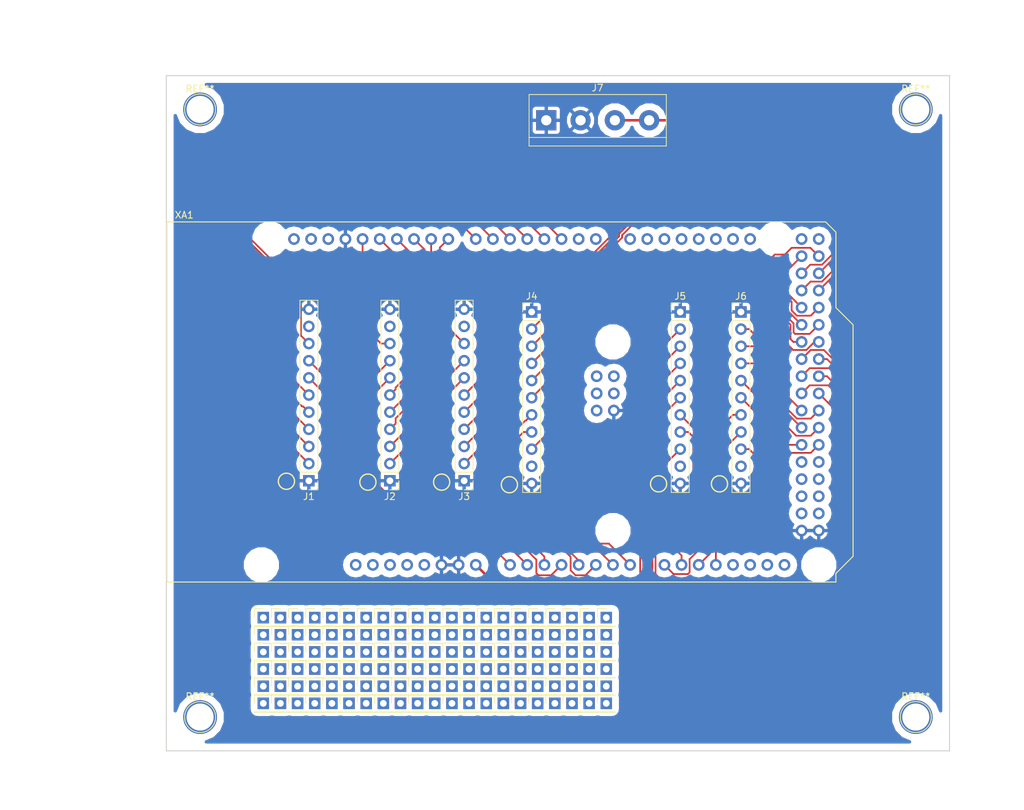
<source format=kicad_pcb>
(kicad_pcb (version 4) (host pcbnew 4.0.7)
  (layers (0 F.Cu signal) (31 B.Cu signal) (34 B.Paste user) (35 F.Paste user) (36 B.SilkS user) (37 F.SilkS user) (38 B.Mask user) (39 F.Mask user) (44 Edge.Cuts user))
  (net 0 "")
  (net 1 GND)
  (net 2 /d2)
  (net 3 /d3)
  (net 4 /d4)
  (net 5 /d5)
  (net 6 /d6)
  (net 7 /a0)
  (net 8 /a1)
  (net 9 /d7)
  (net 10 "Net-(J1-Pad10)")
  (net 11 /d8)
  (net 12 /d9)
  (net 13 /d10)
  (net 14 /d11)
  (net 15 /d12)
  (net 16 /a2)
  (net 17 /a3)
  (net 18 /d13)
  (net 19 "Net-(J2-Pad10)")
  (net 20 /d22)
  (net 21 /d23)
  (net 22 /d24)
  (net 23 /d25)
  (net 24 /d26)
  (net 25 /a4)
  (net 26 /a5)
  (net 27 /d27)
  (net 28 "Net-(J3-Pad10)")
  (net 29 /d28)
  (net 30 /d29)
  (net 31 /d30)
  (net 32 /d31)
  (net 33 /d32)
  (net 34 /a6)
  (net 35 /a7)
  (net 36 /d33)
  (net 37 "Net-(J4-Pad10)")
  (net 38 /d34)
  (net 39 /d35)
  (net 40 /d36)
  (net 41 /d37)
  (net 42 /d38)
  (net 43 /a8)
  (net 44 /a9)
  (net 45 /d39)
  (net 46 "Net-(J5-Pad10)")
  (net 47 /d40)
  (net 48 /d41)
  (net 49 /d42)
  (net 50 /d43)
  (net 51 /d44)
  (net 52 /a10)
  (net 53 /a11)
  (net 54 /d45)
  (net 55 "Net-(J6-Pad10)")
  (net 56 +5V)
  (net 57 "Net-(XA1-PadRST2)")
  (net 58 "Net-(XA1-PadMOSI)")
  (net 59 "Net-(XA1-PadSCK)")
  (net 60 "Net-(XA1-Pad5V2)")
  (net 61 "Net-(XA1-Pad5V1)")
  (net 62 "Net-(XA1-Pad3V3)")
  (net 63 "Net-(XA1-PadRST1)")
  (net 64 "Net-(XA1-PadIORF)")
  (net 65 "Net-(XA1-PadD21)")
  (net 66 "Net-(XA1-PadD20)")
  (net 67 "Net-(XA1-PadD19)")
  (net 68 "Net-(XA1-PadD18)")
  (net 69 "Net-(XA1-PadD17)")
  (net 70 "Net-(XA1-PadD16)")
  (net 71 "Net-(XA1-PadD15)")
  (net 72 "Net-(XA1-PadD14)")
  (net 73 "Net-(XA1-PadD0)")
  (net 74 "Net-(XA1-PadD1)")
  (net 75 "Net-(XA1-PadSCL)")
  (net 76 "Net-(XA1-PadSDA)")
  (net 77 "Net-(XA1-PadAREF)")
  (net 78 "Net-(XA1-PadA12)")
  (net 79 "Net-(XA1-PadA13)")
  (net 80 "Net-(XA1-PadA14)")
  (net 81 "Net-(XA1-PadA15)")
  (net 82 "Net-(XA1-Pad5V3)")
  (net 83 "Net-(XA1-Pad5V4)")
  (net 84 "Net-(XA1-PadD46)")
  (net 85 "Net-(XA1-PadD47)")
  (net 86 "Net-(XA1-PadD48)")
  (net 87 "Net-(XA1-PadD49)")
  (net 88 "Net-(XA1-PadD50)")
  (net 89 "Net-(XA1-PadD51)")
  (net 90 "Net-(XA1-PadD52)")
  (net 91 "Net-(XA1-PadD53)")
  (net 92 "Net-(XA1-PadMISO)")
  (module Pin_Headers:Pin_Header_Straight_1x01_Pitch2.54mm (layer F.Cu) (at 93.98 140.97)
    (fp_text reference "" (at 0 -2.33) (layer F.SilkS))
    (fp_text value "")
    (pad 1 thru_hole rect (at 0 0) (size 1.7 1.7) (drill 1) (layers *.Cu *.Mask))
  )
  (module Pin_Headers:Pin_Header_Straight_1x01_Pitch2.54mm (layer F.Cu) (at 93.98 138.43)
    (fp_text reference "" (at 0 -2.33) (layer F.SilkS))
    (fp_text value "")
    (pad 1 thru_hole rect (at 0 0) (size 1.7 1.7) (drill 1) (layers *.Cu *.Mask))
  )
  (module Pin_Headers:Pin_Header_Straight_1x01_Pitch2.54mm (layer F.Cu) (at 93.98 133.35)
    (fp_text reference "" (at 0 -2.33) (layer F.SilkS))
    (fp_text value "")
    (pad 1 thru_hole rect (at 0 0) (size 1.7 1.7) (drill 1) (layers *.Cu *.Mask))
  )
  (module Pin_Headers:Pin_Header_Straight_1x01_Pitch2.54mm (layer F.Cu) (at 93.98 135.89)
    (fp_text reference "" (at 0 -2.33) (layer F.SilkS))
    (fp_text value "")
    (pad 1 thru_hole rect (at 0 0) (size 1.7 1.7) (drill 1) (layers *.Cu *.Mask))
  )
  (module Pin_Headers:Pin_Header_Straight_1x01_Pitch2.54mm (layer F.Cu) (at 91.44 135.89)
    (fp_text reference "" (at 0 -2.33) (layer F.SilkS))
    (fp_text value "")
    (pad 1 thru_hole rect (at 0 0) (size 1.7 1.7) (drill 1) (layers *.Cu *.Mask))
  )
  (module Pin_Headers:Pin_Header_Straight_1x01_Pitch2.54mm (layer F.Cu) (at 91.44 133.35)
    (fp_text reference "" (at 0 -2.33) (layer F.SilkS))
    (fp_text value "")
    (pad 1 thru_hole rect (at 0 0) (size 1.7 1.7) (drill 1) (layers *.Cu *.Mask))
  )
  (module Pin_Headers:Pin_Header_Straight_1x01_Pitch2.54mm (layer F.Cu) (at 91.44 138.43)
    (fp_text reference "" (at 0 -2.33) (layer F.SilkS))
    (fp_text value "")
    (pad 1 thru_hole rect (at 0 0) (size 1.7 1.7) (drill 1) (layers *.Cu *.Mask))
  )
  (module Pin_Headers:Pin_Header_Straight_1x01_Pitch2.54mm (layer F.Cu) (at 91.44 140.97)
    (fp_text reference "" (at 0 -2.33) (layer F.SilkS))
    (fp_text value "")
    (pad 1 thru_hole rect (at 0 0) (size 1.7 1.7) (drill 1) (layers *.Cu *.Mask))
  )
  (module Pin_Headers:Pin_Header_Straight_1x01_Pitch2.54mm (layer F.Cu) (at 91.44 128.27)
    (fp_text reference "" (at 0 -2.33) (layer F.SilkS))
    (fp_text value "")
    (pad 1 thru_hole rect (at 0 0) (size 1.7 1.7) (drill 1) (layers *.Cu *.Mask))
  )
  (module Pin_Headers:Pin_Header_Straight_1x01_Pitch2.54mm (layer F.Cu) (at 91.44 130.81)
    (fp_text reference "" (at 0 -2.33) (layer F.SilkS))
    (fp_text value "")
    (pad 1 thru_hole rect (at 0 0) (size 1.7 1.7) (drill 1) (layers *.Cu *.Mask))
  )
  (module Pin_Headers:Pin_Header_Straight_1x01_Pitch2.54mm (layer F.Cu) (at 93.98 130.81)
    (fp_text reference "" (at 0 -2.33) (layer F.SilkS))
    (fp_text value "")
    (pad 1 thru_hole rect (at 0 0) (size 1.7 1.7) (drill 1) (layers *.Cu *.Mask))
  )
  (module Pin_Headers:Pin_Header_Straight_1x01_Pitch2.54mm (layer F.Cu) (at 93.98 128.27)
    (fp_text reference "" (at 0 -2.33) (layer F.SilkS))
    (fp_text value "")
    (pad 1 thru_hole rect (at 0 0) (size 1.7 1.7) (drill 1) (layers *.Cu *.Mask))
  )
  (module Pin_Headers:Pin_Header_Straight_1x01_Pitch2.54mm (layer F.Cu) (at 88.9 128.27)
    (fp_text reference "" (at 0 -2.33) (layer F.SilkS))
    (fp_text value "")
    (pad 1 thru_hole rect (at 0 0) (size 1.7 1.7) (drill 1) (layers *.Cu *.Mask))
  )
  (module Pin_Headers:Pin_Header_Straight_1x01_Pitch2.54mm (layer F.Cu) (at 88.9 130.81)
    (fp_text reference "" (at 0 -2.33) (layer F.SilkS))
    (fp_text value "")
    (pad 1 thru_hole rect (at 0 0) (size 1.7 1.7) (drill 1) (layers *.Cu *.Mask))
  )
  (module Pin_Headers:Pin_Header_Straight_1x01_Pitch2.54mm (layer F.Cu) (at 86.36 130.81)
    (fp_text reference "" (at 0 -2.33) (layer F.SilkS))
    (fp_text value "")
    (pad 1 thru_hole rect (at 0 0) (size 1.7 1.7) (drill 1) (layers *.Cu *.Mask))
  )
  (module Pin_Headers:Pin_Header_Straight_1x01_Pitch2.54mm (layer F.Cu) (at 86.36 128.27)
    (fp_text reference "" (at 0 -2.33) (layer F.SilkS))
    (fp_text value "")
    (pad 1 thru_hole rect (at 0 0) (size 1.7 1.7) (drill 1) (layers *.Cu *.Mask))
  )
  (module Pin_Headers:Pin_Header_Straight_1x01_Pitch2.54mm (layer F.Cu) (at 86.36 140.97)
    (fp_text reference "" (at 0 -2.33) (layer F.SilkS))
    (fp_text value "")
    (pad 1 thru_hole rect (at 0 0) (size 1.7 1.7) (drill 1) (layers *.Cu *.Mask))
  )
  (module Pin_Headers:Pin_Header_Straight_1x01_Pitch2.54mm (layer F.Cu) (at 86.36 138.43)
    (fp_text reference "" (at 0 -2.33) (layer F.SilkS))
    (fp_text value "")
    (pad 1 thru_hole rect (at 0 0) (size 1.7 1.7) (drill 1) (layers *.Cu *.Mask))
  )
  (module Pin_Headers:Pin_Header_Straight_1x01_Pitch2.54mm (layer F.Cu) (at 86.36 133.35)
    (fp_text reference "" (at 0 -2.33) (layer F.SilkS))
    (fp_text value "")
    (pad 1 thru_hole rect (at 0 0) (size 1.7 1.7) (drill 1) (layers *.Cu *.Mask))
  )
  (module Pin_Headers:Pin_Header_Straight_1x01_Pitch2.54mm (layer F.Cu) (at 86.36 135.89)
    (fp_text reference "" (at 0 -2.33) (layer F.SilkS))
    (fp_text value "")
    (pad 1 thru_hole rect (at 0 0) (size 1.7 1.7) (drill 1) (layers *.Cu *.Mask))
  )
  (module Pin_Headers:Pin_Header_Straight_1x01_Pitch2.54mm (layer F.Cu) (at 88.9 135.89)
    (fp_text reference "" (at 0 -2.33) (layer F.SilkS))
    (fp_text value "")
    (pad 1 thru_hole rect (at 0 0) (size 1.7 1.7) (drill 1) (layers *.Cu *.Mask))
  )
  (module Pin_Headers:Pin_Header_Straight_1x01_Pitch2.54mm (layer F.Cu) (at 88.9 133.35)
    (fp_text reference "" (at 0 -2.33) (layer F.SilkS))
    (fp_text value "")
    (pad 1 thru_hole rect (at 0 0) (size 1.7 1.7) (drill 1) (layers *.Cu *.Mask))
  )
  (module Pin_Headers:Pin_Header_Straight_1x01_Pitch2.54mm (layer F.Cu) (at 88.9 138.43)
    (fp_text reference "" (at 0 -2.33) (layer F.SilkS))
    (fp_text value "")
    (pad 1 thru_hole rect (at 0 0) (size 1.7 1.7) (drill 1) (layers *.Cu *.Mask))
  )
  (module Pin_Headers:Pin_Header_Straight_1x01_Pitch2.54mm (layer F.Cu) (at 88.9 140.97)
    (fp_text reference "" (at 0 -2.33) (layer F.SilkS))
    (fp_text value "")
    (pad 1 thru_hole rect (at 0 0) (size 1.7 1.7) (drill 1) (layers *.Cu *.Mask))
  )
  (module Pin_Headers:Pin_Header_Straight_1x01_Pitch2.54mm (layer F.Cu) (at 96.52 135.89)
    (fp_text reference "" (at 0 -2.33) (layer F.SilkS))
    (fp_text value "")
    (pad 1 thru_hole rect (at 0 0) (size 1.7 1.7) (drill 1) (layers *.Cu *.Mask))
  )
  (module Pin_Headers:Pin_Header_Straight_1x01_Pitch2.54mm (layer F.Cu) (at 96.52 133.35)
    (fp_text reference "" (at 0 -2.33) (layer F.SilkS))
    (fp_text value "")
    (pad 1 thru_hole rect (at 0 0) (size 1.7 1.7) (drill 1) (layers *.Cu *.Mask))
  )
  (module Pin_Headers:Pin_Header_Straight_1x01_Pitch2.54mm (layer F.Cu) (at 96.52 138.43)
    (fp_text reference "" (at 0 -2.33) (layer F.SilkS))
    (fp_text value "")
    (pad 1 thru_hole rect (at 0 0) (size 1.7 1.7) (drill 1) (layers *.Cu *.Mask))
  )
  (module Pin_Headers:Pin_Header_Straight_1x01_Pitch2.54mm (layer F.Cu) (at 96.52 140.97)
    (fp_text reference "" (at 0 -2.33) (layer F.SilkS))
    (fp_text value "")
    (pad 1 thru_hole rect (at 0 0) (size 1.7 1.7) (drill 1) (layers *.Cu *.Mask))
  )
  (module Pin_Headers:Pin_Header_Straight_1x01_Pitch2.54mm (layer F.Cu) (at 96.52 128.27)
    (fp_text reference "" (at 0 -2.33) (layer F.SilkS))
    (fp_text value "")
    (pad 1 thru_hole rect (at 0 0) (size 1.7 1.7) (drill 1) (layers *.Cu *.Mask))
  )
  (module Pin_Headers:Pin_Header_Straight_1x01_Pitch2.54mm (layer F.Cu) (at 96.52 130.81)
    (fp_text reference "" (at 0 -2.33) (layer F.SilkS))
    (fp_text value "")
    (pad 1 thru_hole rect (at 0 0) (size 1.7 1.7) (drill 1) (layers *.Cu *.Mask))
  )
  (module Pin_Headers:Pin_Header_Straight_1x01_Pitch2.54mm (layer F.Cu) (at 116.84 140.97)
    (fp_text reference "" (at 0 -2.33) (layer F.SilkS))
    (fp_text value "")
    (pad 1 thru_hole rect (at 0 0) (size 1.7 1.7) (drill 1) (layers *.Cu *.Mask))
  )
  (module Pin_Headers:Pin_Header_Straight_1x01_Pitch2.54mm (layer F.Cu) (at 116.84 138.43)
    (fp_text reference "" (at 0 -2.33) (layer F.SilkS))
    (fp_text value "")
    (pad 1 thru_hole rect (at 0 0) (size 1.7 1.7) (drill 1) (layers *.Cu *.Mask))
  )
  (module Pin_Headers:Pin_Header_Straight_1x01_Pitch2.54mm (layer F.Cu) (at 116.84 133.35)
    (fp_text reference "" (at 0 -2.33) (layer F.SilkS))
    (fp_text value "")
    (pad 1 thru_hole rect (at 0 0) (size 1.7 1.7) (drill 1) (layers *.Cu *.Mask))
  )
  (module Pin_Headers:Pin_Header_Straight_1x01_Pitch2.54mm (layer F.Cu) (at 116.84 135.89)
    (fp_text reference "" (at 0 -2.33) (layer F.SilkS))
    (fp_text value "")
    (pad 1 thru_hole rect (at 0 0) (size 1.7 1.7) (drill 1) (layers *.Cu *.Mask))
  )
  (module Pin_Headers:Pin_Header_Straight_1x01_Pitch2.54mm (layer F.Cu) (at 114.3 135.89)
    (fp_text reference "" (at 0 -2.33) (layer F.SilkS))
    (fp_text value "")
    (pad 1 thru_hole rect (at 0 0) (size 1.7 1.7) (drill 1) (layers *.Cu *.Mask))
  )
  (module Pin_Headers:Pin_Header_Straight_1x01_Pitch2.54mm (layer F.Cu) (at 114.3 133.35)
    (fp_text reference "" (at 0 -2.33) (layer F.SilkS))
    (fp_text value "")
    (pad 1 thru_hole rect (at 0 0) (size 1.7 1.7) (drill 1) (layers *.Cu *.Mask))
  )
  (module Pin_Headers:Pin_Header_Straight_1x01_Pitch2.54mm (layer F.Cu) (at 114.3 138.43)
    (fp_text reference "" (at 0 -2.33) (layer F.SilkS))
    (fp_text value "")
    (pad 1 thru_hole rect (at 0 0) (size 1.7 1.7) (drill 1) (layers *.Cu *.Mask))
  )
  (module Pin_Headers:Pin_Header_Straight_1x01_Pitch2.54mm (layer F.Cu) (at 114.3 140.97)
    (fp_text reference "" (at 0 -2.33) (layer F.SilkS))
    (fp_text value "")
    (pad 1 thru_hole rect (at 0 0) (size 1.7 1.7) (drill 1) (layers *.Cu *.Mask))
  )
  (module Pin_Headers:Pin_Header_Straight_1x01_Pitch2.54mm (layer F.Cu) (at 114.3 128.27)
    (fp_text reference "" (at 0 -2.33) (layer F.SilkS))
    (fp_text value "")
    (pad 1 thru_hole rect (at 0 0) (size 1.7 1.7) (drill 1) (layers *.Cu *.Mask))
  )
  (module Pin_Headers:Pin_Header_Straight_1x01_Pitch2.54mm (layer F.Cu) (at 114.3 130.81)
    (fp_text reference "" (at 0 -2.33) (layer F.SilkS))
    (fp_text value "")
    (pad 1 thru_hole rect (at 0 0) (size 1.7 1.7) (drill 1) (layers *.Cu *.Mask))
  )
  (module Pin_Headers:Pin_Header_Straight_1x01_Pitch2.54mm (layer F.Cu) (at 116.84 130.81)
    (fp_text reference "" (at 0 -2.33) (layer F.SilkS))
    (fp_text value "")
    (pad 1 thru_hole rect (at 0 0) (size 1.7 1.7) (drill 1) (layers *.Cu *.Mask))
  )
  (module Pin_Headers:Pin_Header_Straight_1x01_Pitch2.54mm (layer F.Cu) (at 116.84 128.27)
    (fp_text reference "" (at 0 -2.33) (layer F.SilkS))
    (fp_text value "")
    (pad 1 thru_hole rect (at 0 0) (size 1.7 1.7) (drill 1) (layers *.Cu *.Mask))
  )
  (module Pin_Headers:Pin_Header_Straight_1x01_Pitch2.54mm (layer F.Cu) (at 111.76 128.27)
    (fp_text reference "" (at 0 -2.33) (layer F.SilkS))
    (fp_text value "")
    (pad 1 thru_hole rect (at 0 0) (size 1.7 1.7) (drill 1) (layers *.Cu *.Mask))
  )
  (module Pin_Headers:Pin_Header_Straight_1x01_Pitch2.54mm (layer F.Cu) (at 111.76 130.81)
    (fp_text reference "" (at 0 -2.33) (layer F.SilkS))
    (fp_text value "")
    (pad 1 thru_hole rect (at 0 0) (size 1.7 1.7) (drill 1) (layers *.Cu *.Mask))
  )
  (module Pin_Headers:Pin_Header_Straight_1x01_Pitch2.54mm (layer F.Cu) (at 109.22 130.81)
    (fp_text reference "" (at 0 -2.33) (layer F.SilkS))
    (fp_text value "")
    (pad 1 thru_hole rect (at 0 0) (size 1.7 1.7) (drill 1) (layers *.Cu *.Mask))
  )
  (module Pin_Headers:Pin_Header_Straight_1x01_Pitch2.54mm (layer F.Cu) (at 109.22 128.27)
    (fp_text reference "" (at 0 -2.33) (layer F.SilkS))
    (fp_text value "")
    (pad 1 thru_hole rect (at 0 0) (size 1.7 1.7) (drill 1) (layers *.Cu *.Mask))
  )
  (module Pin_Headers:Pin_Header_Straight_1x01_Pitch2.54mm (layer F.Cu) (at 109.22 140.97)
    (fp_text reference "" (at 0 -2.33) (layer F.SilkS))
    (fp_text value "")
    (pad 1 thru_hole rect (at 0 0) (size 1.7 1.7) (drill 1) (layers *.Cu *.Mask))
  )
  (module Pin_Headers:Pin_Header_Straight_1x01_Pitch2.54mm (layer F.Cu) (at 109.22 138.43)
    (fp_text reference "" (at 0 -2.33) (layer F.SilkS))
    (fp_text value "")
    (pad 1 thru_hole rect (at 0 0) (size 1.7 1.7) (drill 1) (layers *.Cu *.Mask))
  )
  (module Pin_Headers:Pin_Header_Straight_1x01_Pitch2.54mm (layer F.Cu) (at 109.22 133.35)
    (fp_text reference "" (at 0 -2.33) (layer F.SilkS))
    (fp_text value "")
    (pad 1 thru_hole rect (at 0 0) (size 1.7 1.7) (drill 1) (layers *.Cu *.Mask))
  )
  (module Pin_Headers:Pin_Header_Straight_1x01_Pitch2.54mm (layer F.Cu) (at 109.22 135.89)
    (fp_text reference "" (at 0 -2.33) (layer F.SilkS))
    (fp_text value "")
    (pad 1 thru_hole rect (at 0 0) (size 1.7 1.7) (drill 1) (layers *.Cu *.Mask))
  )
  (module Pin_Headers:Pin_Header_Straight_1x01_Pitch2.54mm (layer F.Cu) (at 111.76 135.89)
    (fp_text reference "" (at 0 -2.33) (layer F.SilkS))
    (fp_text value "")
    (pad 1 thru_hole rect (at 0 0) (size 1.7 1.7) (drill 1) (layers *.Cu *.Mask))
  )
  (module Pin_Headers:Pin_Header_Straight_1x01_Pitch2.54mm (layer F.Cu) (at 111.76 133.35)
    (fp_text reference "" (at 0 -2.33) (layer F.SilkS))
    (fp_text value "")
    (pad 1 thru_hole rect (at 0 0) (size 1.7 1.7) (drill 1) (layers *.Cu *.Mask))
  )
  (module Pin_Headers:Pin_Header_Straight_1x01_Pitch2.54mm (layer F.Cu) (at 111.76 138.43)
    (fp_text reference "" (at 0 -2.33) (layer F.SilkS))
    (fp_text value "")
    (pad 1 thru_hole rect (at 0 0) (size 1.7 1.7) (drill 1) (layers *.Cu *.Mask))
  )
  (module Pin_Headers:Pin_Header_Straight_1x01_Pitch2.54mm (layer F.Cu) (at 111.76 140.97)
    (fp_text reference "" (at 0 -2.33) (layer F.SilkS))
    (fp_text value "")
    (pad 1 thru_hole rect (at 0 0) (size 1.7 1.7) (drill 1) (layers *.Cu *.Mask))
  )
  (module Pin_Headers:Pin_Header_Straight_1x01_Pitch2.54mm (layer F.Cu) (at 101.6 140.97)
    (fp_text reference "" (at 0 -2.33) (layer F.SilkS))
    (fp_text value "")
    (pad 1 thru_hole rect (at 0 0) (size 1.7 1.7) (drill 1) (layers *.Cu *.Mask))
  )
  (module Pin_Headers:Pin_Header_Straight_1x01_Pitch2.54mm (layer F.Cu) (at 101.6 138.43)
    (fp_text reference "" (at 0 -2.33) (layer F.SilkS))
    (fp_text value "")
    (pad 1 thru_hole rect (at 0 0) (size 1.7 1.7) (drill 1) (layers *.Cu *.Mask))
  )
  (module Pin_Headers:Pin_Header_Straight_1x01_Pitch2.54mm (layer F.Cu) (at 101.6 133.35)
    (fp_text reference "" (at 0 -2.33) (layer F.SilkS))
    (fp_text value "")
    (pad 1 thru_hole rect (at 0 0) (size 1.7 1.7) (drill 1) (layers *.Cu *.Mask))
  )
  (module Pin_Headers:Pin_Header_Straight_1x01_Pitch2.54mm (layer F.Cu) (at 101.6 135.89)
    (fp_text reference "" (at 0 -2.33) (layer F.SilkS))
    (fp_text value "")
    (pad 1 thru_hole rect (at 0 0) (size 1.7 1.7) (drill 1) (layers *.Cu *.Mask))
  )
  (module Pin_Headers:Pin_Header_Straight_1x01_Pitch2.54mm (layer F.Cu) (at 99.06 135.89)
    (fp_text reference "" (at 0 -2.33) (layer F.SilkS))
    (fp_text value "")
    (pad 1 thru_hole rect (at 0 0) (size 1.7 1.7) (drill 1) (layers *.Cu *.Mask))
  )
  (module Pin_Headers:Pin_Header_Straight_1x01_Pitch2.54mm (layer F.Cu) (at 99.06 133.35)
    (fp_text reference "" (at 0 -2.33) (layer F.SilkS))
    (fp_text value "")
    (pad 1 thru_hole rect (at 0 0) (size 1.7 1.7) (drill 1) (layers *.Cu *.Mask))
  )
  (module Pin_Headers:Pin_Header_Straight_1x01_Pitch2.54mm (layer F.Cu) (at 99.06 138.43)
    (fp_text reference "" (at 0 -2.33) (layer F.SilkS))
    (fp_text value "")
    (pad 1 thru_hole rect (at 0 0) (size 1.7 1.7) (drill 1) (layers *.Cu *.Mask))
  )
  (module Pin_Headers:Pin_Header_Straight_1x01_Pitch2.54mm (layer F.Cu) (at 99.06 140.97)
    (fp_text reference "" (at 0 -2.33) (layer F.SilkS))
    (fp_text value "")
    (pad 1 thru_hole rect (at 0 0) (size 1.7 1.7) (drill 1) (layers *.Cu *.Mask))
  )
  (module Pin_Headers:Pin_Header_Straight_1x01_Pitch2.54mm (layer F.Cu) (at 99.06 128.27)
    (fp_text reference "" (at 0 -2.33) (layer F.SilkS))
    (fp_text value "")
    (pad 1 thru_hole rect (at 0 0) (size 1.7 1.7) (drill 1) (layers *.Cu *.Mask))
  )
  (module Pin_Headers:Pin_Header_Straight_1x01_Pitch2.54mm (layer F.Cu) (at 99.06 130.81)
    (fp_text reference "" (at 0 -2.33) (layer F.SilkS))
    (fp_text value "")
    (pad 1 thru_hole rect (at 0 0) (size 1.7 1.7) (drill 1) (layers *.Cu *.Mask))
  )
  (module Pin_Headers:Pin_Header_Straight_1x01_Pitch2.54mm (layer F.Cu) (at 101.6 130.81)
    (fp_text reference "" (at 0 -2.33) (layer F.SilkS))
    (fp_text value "")
    (pad 1 thru_hole rect (at 0 0) (size 1.7 1.7) (drill 1) (layers *.Cu *.Mask))
  )
  (module Pin_Headers:Pin_Header_Straight_1x01_Pitch2.54mm (layer F.Cu) (at 101.6 128.27)
    (fp_text reference "" (at 0 -2.33) (layer F.SilkS))
    (fp_text value "")
    (pad 1 thru_hole rect (at 0 0) (size 1.7 1.7) (drill 1) (layers *.Cu *.Mask))
  )
  (module Pin_Headers:Pin_Header_Straight_1x01_Pitch2.54mm (layer F.Cu) (at 106.68 128.27)
    (fp_text reference "" (at 0 -2.33) (layer F.SilkS))
    (fp_text value "")
    (pad 1 thru_hole rect (at 0 0) (size 1.7 1.7) (drill 1) (layers *.Cu *.Mask))
  )
  (module Pin_Headers:Pin_Header_Straight_1x01_Pitch2.54mm (layer F.Cu) (at 106.68 130.81)
    (fp_text reference "" (at 0 -2.33) (layer F.SilkS))
    (fp_text value "")
    (pad 1 thru_hole rect (at 0 0) (size 1.7 1.7) (drill 1) (layers *.Cu *.Mask))
  )
  (module Pin_Headers:Pin_Header_Straight_1x01_Pitch2.54mm (layer F.Cu) (at 104.14 130.81)
    (fp_text reference "" (at 0 -2.33) (layer F.SilkS))
    (fp_text value "")
    (pad 1 thru_hole rect (at 0 0) (size 1.7 1.7) (drill 1) (layers *.Cu *.Mask))
  )
  (module Pin_Headers:Pin_Header_Straight_1x01_Pitch2.54mm (layer F.Cu) (at 104.14 128.27)
    (fp_text reference "" (at 0 -2.33) (layer F.SilkS))
    (fp_text value "")
    (pad 1 thru_hole rect (at 0 0) (size 1.7 1.7) (drill 1) (layers *.Cu *.Mask))
  )
  (module Pin_Headers:Pin_Header_Straight_1x01_Pitch2.54mm (layer F.Cu) (at 104.14 140.97)
    (fp_text reference "" (at 0 -2.33) (layer F.SilkS))
    (fp_text value "")
    (pad 1 thru_hole rect (at 0 0) (size 1.7 1.7) (drill 1) (layers *.Cu *.Mask))
  )
  (module Pin_Headers:Pin_Header_Straight_1x01_Pitch2.54mm (layer F.Cu) (at 104.14 138.43)
    (fp_text reference "" (at 0 -2.33) (layer F.SilkS))
    (fp_text value "")
    (pad 1 thru_hole rect (at 0 0) (size 1.7 1.7) (drill 1) (layers *.Cu *.Mask))
  )
  (module Pin_Headers:Pin_Header_Straight_1x01_Pitch2.54mm (layer F.Cu) (at 104.14 133.35)
    (fp_text reference "" (at 0 -2.33) (layer F.SilkS))
    (fp_text value "")
    (pad 1 thru_hole rect (at 0 0) (size 1.7 1.7) (drill 1) (layers *.Cu *.Mask))
  )
  (module Pin_Headers:Pin_Header_Straight_1x01_Pitch2.54mm (layer F.Cu) (at 104.14 135.89)
    (fp_text reference "" (at 0 -2.33) (layer F.SilkS))
    (fp_text value "")
    (pad 1 thru_hole rect (at 0 0) (size 1.7 1.7) (drill 1) (layers *.Cu *.Mask))
  )
  (module Pin_Headers:Pin_Header_Straight_1x01_Pitch2.54mm (layer F.Cu) (at 106.68 135.89)
    (fp_text reference "" (at 0 -2.33) (layer F.SilkS))
    (fp_text value "")
    (pad 1 thru_hole rect (at 0 0) (size 1.7 1.7) (drill 1) (layers *.Cu *.Mask))
  )
  (module Pin_Headers:Pin_Header_Straight_1x01_Pitch2.54mm (layer F.Cu) (at 106.68 133.35)
    (fp_text reference "" (at 0 -2.33) (layer F.SilkS))
    (fp_text value "")
    (pad 1 thru_hole rect (at 0 0) (size 1.7 1.7) (drill 1) (layers *.Cu *.Mask))
  )
  (module Pin_Headers:Pin_Header_Straight_1x01_Pitch2.54mm (layer F.Cu) (at 106.68 138.43)
    (fp_text reference "" (at 0 -2.33) (layer F.SilkS))
    (fp_text value "")
    (pad 1 thru_hole rect (at 0 0) (size 1.7 1.7) (drill 1) (layers *.Cu *.Mask))
  )
  (module Pin_Headers:Pin_Header_Straight_1x01_Pitch2.54mm (layer F.Cu) (at 106.68 140.97)
    (fp_text reference "" (at 0 -2.33) (layer F.SilkS))
    (fp_text value "")
    (pad 1 thru_hole rect (at 0 0) (size 1.7 1.7) (drill 1) (layers *.Cu *.Mask))
  )
  (module Pin_Headers:Pin_Header_Straight_1x01_Pitch2.54mm (layer F.Cu) (at 127 140.97)
    (fp_text reference "" (at 0 -2.33) (layer F.SilkS))
    (fp_text value "")
    (pad 1 thru_hole rect (at 0 0) (size 1.7 1.7) (drill 1) (layers *.Cu *.Mask))
  )
  (module Pin_Headers:Pin_Header_Straight_1x01_Pitch2.54mm (layer F.Cu) (at 127 138.43)
    (fp_text reference "" (at 0 -2.33) (layer F.SilkS))
    (fp_text value "")
    (pad 1 thru_hole rect (at 0 0) (size 1.7 1.7) (drill 1) (layers *.Cu *.Mask))
  )
  (module Pin_Headers:Pin_Header_Straight_1x01_Pitch2.54mm (layer F.Cu) (at 127 133.35)
    (fp_text reference "" (at 0 -2.33) (layer F.SilkS))
    (fp_text value "")
    (pad 1 thru_hole rect (at 0 0) (size 1.7 1.7) (drill 1) (layers *.Cu *.Mask))
  )
  (module Pin_Headers:Pin_Header_Straight_1x01_Pitch2.54mm (layer F.Cu) (at 127 135.89)
    (fp_text reference "" (at 0 -2.33) (layer F.SilkS))
    (fp_text value "")
    (pad 1 thru_hole rect (at 0 0) (size 1.7 1.7) (drill 1) (layers *.Cu *.Mask))
  )
  (module Pin_Headers:Pin_Header_Straight_1x01_Pitch2.54mm (layer F.Cu) (at 124.46 135.89)
    (fp_text reference "" (at 0 -2.33) (layer F.SilkS))
    (fp_text value "")
    (pad 1 thru_hole rect (at 0 0) (size 1.7 1.7) (drill 1) (layers *.Cu *.Mask))
  )
  (module Pin_Headers:Pin_Header_Straight_1x01_Pitch2.54mm (layer F.Cu) (at 124.46 133.35)
    (fp_text reference "" (at 0 -2.33) (layer F.SilkS))
    (fp_text value "")
    (pad 1 thru_hole rect (at 0 0) (size 1.7 1.7) (drill 1) (layers *.Cu *.Mask))
  )
  (module Pin_Headers:Pin_Header_Straight_1x01_Pitch2.54mm (layer F.Cu) (at 124.46 138.43)
    (fp_text reference "" (at 0 -2.33) (layer F.SilkS))
    (fp_text value "")
    (pad 1 thru_hole rect (at 0 0) (size 1.7 1.7) (drill 1) (layers *.Cu *.Mask))
  )
  (module Pin_Headers:Pin_Header_Straight_1x01_Pitch2.54mm (layer F.Cu) (at 124.46 140.97)
    (fp_text reference "" (at 0 -2.33) (layer F.SilkS))
    (fp_text value "")
    (pad 1 thru_hole rect (at 0 0) (size 1.7 1.7) (drill 1) (layers *.Cu *.Mask))
  )
  (module Pin_Headers:Pin_Header_Straight_1x01_Pitch2.54mm (layer F.Cu) (at 124.46 128.27)
    (fp_text reference "" (at 0 -2.33) (layer F.SilkS))
    (fp_text value "")
    (pad 1 thru_hole rect (at 0 0) (size 1.7 1.7) (drill 1) (layers *.Cu *.Mask))
  )
  (module Pin_Headers:Pin_Header_Straight_1x01_Pitch2.54mm (layer F.Cu) (at 124.46 130.81)
    (fp_text reference "" (at 0 -2.33) (layer F.SilkS))
    (fp_text value "")
    (pad 1 thru_hole rect (at 0 0) (size 1.7 1.7) (drill 1) (layers *.Cu *.Mask))
  )
  (module Pin_Headers:Pin_Header_Straight_1x01_Pitch2.54mm (layer F.Cu) (at 127 130.81)
    (fp_text reference "" (at 0 -2.33) (layer F.SilkS))
    (fp_text value "")
    (pad 1 thru_hole rect (at 0 0) (size 1.7 1.7) (drill 1) (layers *.Cu *.Mask))
  )
  (module Pin_Headers:Pin_Header_Straight_1x01_Pitch2.54mm (layer F.Cu) (at 127 128.27)
    (fp_text reference "" (at 0 -2.33) (layer F.SilkS))
    (fp_text value "")
    (pad 1 thru_hole rect (at 0 0) (size 1.7 1.7) (drill 1) (layers *.Cu *.Mask))
  )
  (module Pin_Headers:Pin_Header_Straight_1x01_Pitch2.54mm (layer F.Cu) (at 121.92 128.27)
    (fp_text reference "" (at 0 -2.33) (layer F.SilkS))
    (fp_text value "")
    (pad 1 thru_hole rect (at 0 0) (size 1.7 1.7) (drill 1) (layers *.Cu *.Mask))
  )
  (module Pin_Headers:Pin_Header_Straight_1x01_Pitch2.54mm (layer F.Cu) (at 121.92 130.81)
    (fp_text reference "" (at 0 -2.33) (layer F.SilkS))
    (fp_text value "")
    (pad 1 thru_hole rect (at 0 0) (size 1.7 1.7) (drill 1) (layers *.Cu *.Mask))
  )
  (module Pin_Headers:Pin_Header_Straight_1x01_Pitch2.54mm (layer F.Cu) (at 119.38 130.81)
    (fp_text reference "" (at 0 -2.33) (layer F.SilkS))
    (fp_text value "")
    (pad 1 thru_hole rect (at 0 0) (size 1.7 1.7) (drill 1) (layers *.Cu *.Mask))
  )
  (module Pin_Headers:Pin_Header_Straight_1x01_Pitch2.54mm (layer F.Cu) (at 119.38 128.27)
    (fp_text reference "" (at 0 -2.33) (layer F.SilkS))
    (fp_text value "")
    (pad 1 thru_hole rect (at 0 0) (size 1.7 1.7) (drill 1) (layers *.Cu *.Mask))
  )
  (module Pin_Headers:Pin_Header_Straight_1x01_Pitch2.54mm (layer F.Cu) (at 119.38 140.97)
    (fp_text reference "" (at 0 -2.33) (layer F.SilkS))
    (fp_text value "")
    (pad 1 thru_hole rect (at 0 0) (size 1.7 1.7) (drill 1) (layers *.Cu *.Mask))
  )
  (module Pin_Headers:Pin_Header_Straight_1x01_Pitch2.54mm (layer F.Cu) (at 119.38 138.43)
    (fp_text reference "" (at 0 -2.33) (layer F.SilkS))
    (fp_text value "")
    (pad 1 thru_hole rect (at 0 0) (size 1.7 1.7) (drill 1) (layers *.Cu *.Mask))
  )
  (module Pin_Headers:Pin_Header_Straight_1x01_Pitch2.54mm (layer F.Cu) (at 119.38 133.35)
    (fp_text reference "" (at 0 -2.33) (layer F.SilkS))
    (fp_text value "")
    (pad 1 thru_hole rect (at 0 0) (size 1.7 1.7) (drill 1) (layers *.Cu *.Mask))
  )
  (module Pin_Headers:Pin_Header_Straight_1x01_Pitch2.54mm (layer F.Cu) (at 119.38 135.89)
    (fp_text reference "" (at 0 -2.33) (layer F.SilkS))
    (fp_text value "")
    (pad 1 thru_hole rect (at 0 0) (size 1.7 1.7) (drill 1) (layers *.Cu *.Mask))
  )
  (module Pin_Headers:Pin_Header_Straight_1x01_Pitch2.54mm (layer F.Cu) (at 121.92 135.89)
    (fp_text reference "" (at 0 -2.33) (layer F.SilkS))
    (fp_text value "")
    (pad 1 thru_hole rect (at 0 0) (size 1.7 1.7) (drill 1) (layers *.Cu *.Mask))
  )
  (module Pin_Headers:Pin_Header_Straight_1x01_Pitch2.54mm (layer F.Cu) (at 121.92 133.35)
    (fp_text reference "" (at 0 -2.33) (layer F.SilkS))
    (fp_text value "")
    (pad 1 thru_hole rect (at 0 0) (size 1.7 1.7) (drill 1) (layers *.Cu *.Mask))
  )
  (module Pin_Headers:Pin_Header_Straight_1x01_Pitch2.54mm (layer F.Cu) (at 121.92 138.43)
    (fp_text reference "" (at 0 -2.33) (layer F.SilkS))
    (fp_text value "")
    (pad 1 thru_hole rect (at 0 0) (size 1.7 1.7) (drill 1) (layers *.Cu *.Mask))
  )
  (module Pin_Headers:Pin_Header_Straight_1x01_Pitch2.54mm (layer F.Cu) (at 121.92 140.97)
    (fp_text reference "" (at 0 -2.33) (layer F.SilkS))
    (fp_text value "")
    (pad 1 thru_hole rect (at 0 0) (size 1.7 1.7) (drill 1) (layers *.Cu *.Mask))
  )
  (module Pin_Headers:Pin_Header_Straight_1x01_Pitch2.54mm (layer F.Cu) (at 132.08 140.97)
    (fp_text reference "" (at 0 -2.33) (layer F.SilkS))
    (fp_text value "")
    (pad 1 thru_hole rect (at 0 0) (size 1.7 1.7) (drill 1) (layers *.Cu *.Mask))
  )
  (module Pin_Headers:Pin_Header_Straight_1x01_Pitch2.54mm (layer F.Cu) (at 132.08 138.43)
    (fp_text reference "" (at 0 -2.33) (layer F.SilkS))
    (fp_text value "")
    (pad 1 thru_hole rect (at 0 0) (size 1.7 1.7) (drill 1) (layers *.Cu *.Mask))
  )
  (module Pin_Headers:Pin_Header_Straight_1x01_Pitch2.54mm (layer F.Cu) (at 132.08 133.35)
    (fp_text reference "" (at 0 -2.33) (layer F.SilkS))
    (fp_text value "")
    (pad 1 thru_hole rect (at 0 0) (size 1.7 1.7) (drill 1) (layers *.Cu *.Mask))
  )
  (module Pin_Headers:Pin_Header_Straight_1x01_Pitch2.54mm (layer F.Cu) (at 132.08 135.89)
    (fp_text reference "" (at 0 -2.33) (layer F.SilkS))
    (fp_text value "")
    (pad 1 thru_hole rect (at 0 0) (size 1.7 1.7) (drill 1) (layers *.Cu *.Mask))
  )
  (module Pin_Headers:Pin_Header_Straight_1x01_Pitch2.54mm (layer F.Cu) (at 129.54 135.89)
    (fp_text reference "" (at 0 -2.33) (layer F.SilkS))
    (fp_text value "")
    (pad 1 thru_hole rect (at 0 0) (size 1.7 1.7) (drill 1) (layers *.Cu *.Mask))
  )
  (module Pin_Headers:Pin_Header_Straight_1x01_Pitch2.54mm (layer F.Cu) (at 129.54 133.35)
    (fp_text reference "" (at 0 -2.33) (layer F.SilkS))
    (fp_text value "")
    (pad 1 thru_hole rect (at 0 0) (size 1.7 1.7) (drill 1) (layers *.Cu *.Mask))
  )
  (module Pin_Headers:Pin_Header_Straight_1x01_Pitch2.54mm (layer F.Cu) (at 129.54 138.43)
    (fp_text reference "" (at 0 -2.33) (layer F.SilkS))
    (fp_text value "")
    (pad 1 thru_hole rect (at 0 0) (size 1.7 1.7) (drill 1) (layers *.Cu *.Mask))
  )
  (module Pin_Headers:Pin_Header_Straight_1x01_Pitch2.54mm (layer F.Cu) (at 129.54 140.97)
    (fp_text reference "" (at 0 -2.33) (layer F.SilkS))
    (fp_text value "")
    (pad 1 thru_hole rect (at 0 0) (size 1.7 1.7) (drill 1) (layers *.Cu *.Mask))
  )
  (module Pin_Headers:Pin_Header_Straight_1x01_Pitch2.54mm (layer F.Cu) (at 129.54 128.27)
    (fp_text reference "" (at 0 -2.33) (layer F.SilkS))
    (fp_text value "")
    (pad 1 thru_hole rect (at 0 0) (size 1.7 1.7) (drill 1) (layers *.Cu *.Mask))
  )
  (module Pin_Headers:Pin_Header_Straight_1x01_Pitch2.54mm (layer F.Cu) (at 129.54 130.81)
    (fp_text reference "" (at 0 -2.33) (layer F.SilkS))
    (fp_text value "")
    (pad 1 thru_hole rect (at 0 0) (size 1.7 1.7) (drill 1) (layers *.Cu *.Mask))
  )
  (module Pin_Headers:Pin_Header_Straight_1x01_Pitch2.54mm (layer F.Cu) (at 132.08 130.81)
    (fp_text reference "" (at 0 -2.33) (layer F.SilkS))
    (fp_text value "")
    (pad 1 thru_hole rect (at 0 0) (size 1.7 1.7) (drill 1) (layers *.Cu *.Mask))
  )
  (module Pin_Headers:Pin_Header_Straight_1x01_Pitch2.54mm (layer F.Cu) (at 132.08 128.27)
    (fp_text reference "" (at 0 -2.33) (layer F.SilkS))
    (fp_text value "")
    (pad 1 thru_hole rect (at 0 0) (size 1.7 1.7) (drill 1) (layers *.Cu *.Mask))
  )
  (module Pin_Headers:Pin_Header_Straight_1x01_Pitch2.54mm (layer F.Cu) (at 137.16 128.27)
    (fp_text reference "" (at 0 -2.33) (layer F.SilkS))
    (fp_text value "")
    (pad 1 thru_hole rect (at 0 0) (size 1.7 1.7) (drill 1) (layers *.Cu *.Mask))
  )
  (module Pin_Headers:Pin_Header_Straight_1x01_Pitch2.54mm (layer F.Cu) (at 137.16 130.81)
    (fp_text reference "" (at 0 -2.33) (layer F.SilkS))
    (fp_text value "")
    (pad 1 thru_hole rect (at 0 0) (size 1.7 1.7) (drill 1) (layers *.Cu *.Mask))
  )
  (module Pin_Headers:Pin_Header_Straight_1x01_Pitch2.54mm (layer F.Cu) (at 134.62 130.81)
    (fp_text reference "" (at 0 -2.33) (layer F.SilkS))
    (fp_text value "")
    (pad 1 thru_hole rect (at 0 0) (size 1.7 1.7) (drill 1) (layers *.Cu *.Mask))
  )
  (module Pin_Headers:Pin_Header_Straight_1x01_Pitch2.54mm (layer F.Cu) (at 134.62 128.27)
    (fp_text reference "" (at 0 -2.33) (layer F.SilkS))
    (fp_text value "")
    (pad 1 thru_hole rect (at 0 0) (size 1.7 1.7) (drill 1) (layers *.Cu *.Mask))
  )
  (module Pin_Headers:Pin_Header_Straight_1x01_Pitch2.54mm (layer F.Cu) (at 134.62 140.97)
    (fp_text reference "" (at 0 -2.33) (layer F.SilkS))
    (fp_text value "")
    (pad 1 thru_hole rect (at 0 0) (size 1.7 1.7) (drill 1) (layers *.Cu *.Mask))
  )
  (module Pin_Headers:Pin_Header_Straight_1x01_Pitch2.54mm (layer F.Cu) (at 134.62 138.43)
    (fp_text reference "" (at 0 -2.33) (layer F.SilkS))
    (fp_text value "")
    (pad 1 thru_hole rect (at 0 0) (size 1.7 1.7) (drill 1) (layers *.Cu *.Mask))
  )
  (module Pin_Headers:Pin_Header_Straight_1x01_Pitch2.54mm (layer F.Cu) (at 134.62 133.35)
    (fp_text reference "" (at 0 -2.33) (layer F.SilkS))
    (fp_text value "")
    (pad 1 thru_hole rect (at 0 0) (size 1.7 1.7) (drill 1) (layers *.Cu *.Mask))
  )
  (module Pin_Headers:Pin_Header_Straight_1x01_Pitch2.54mm (layer F.Cu) (at 134.62 135.89)
    (fp_text reference "" (at 0 -2.33) (layer F.SilkS))
    (fp_text value "")
    (pad 1 thru_hole rect (at 0 0) (size 1.7 1.7) (drill 1) (layers *.Cu *.Mask))
  )
  (module Pin_Headers:Pin_Header_Straight_1x01_Pitch2.54mm (layer F.Cu) (at 137.16 135.89)
    (fp_text reference "" (at 0 -2.33) (layer F.SilkS))
    (fp_text value "")
    (pad 1 thru_hole rect (at 0 0) (size 1.7 1.7) (drill 1) (layers *.Cu *.Mask))
  )
  (module Pin_Headers:Pin_Header_Straight_1x01_Pitch2.54mm (layer F.Cu) (at 137.16 133.35)
    (fp_text reference "" (at 0 -2.33) (layer F.SilkS))
    (fp_text value "")
    (pad 1 thru_hole rect (at 0 0) (size 1.7 1.7) (drill 1) (layers *.Cu *.Mask))
  )
  (module Pin_Headers:Pin_Header_Straight_1x01_Pitch2.54mm (layer F.Cu) (at 137.16 138.43)
    (fp_text reference "" (at 0 -2.33) (layer F.SilkS))
    (fp_text value "")
    (pad 1 thru_hole rect (at 0 0) (size 1.7 1.7) (drill 1) (layers *.Cu *.Mask))
  )
  (module Pin_Headers:Pin_Header_Straight_1x01_Pitch2.54mm (layer F.Cu) (at 137.16 140.97)
    (fp_text reference "" (at 0 -2.33) (layer F.SilkS))
    (fp_text value "")
    (pad 1 thru_hole rect (at 0 0) (size 1.7 1.7) (drill 1) (layers *.Cu *.Mask))
  )
  (module footprints:1pin (layer F.Cu) (at 77 53)
    (fp_text reference REF** (at 0 -3.048) (layer F.SilkS))
    (fp_text value 1pin)
    (pad "" np_thru_hole circle (at 0 0) (size 5 5) (drill 4) (layers *.Cu *.Mask))
  )
  (module footprints:1pin (layer F.Cu) (at 77 143)
    (fp_text reference REF** (at 0 -3.048) (layer F.SilkS))
    (fp_text value 1pin)
    (pad "" np_thru_hole circle (at 0 0) (size 5 5) (drill 4) (layers *.Cu *.Mask))
  )
  (module footprints:1pin (layer F.Cu) (at 183 143)
    (fp_text reference REF** (at 0 -3.048) (layer F.SilkS))
    (fp_text value 1pin)
    (pad "" np_thru_hole circle (at 0 0) (size 5 5) (drill 4) (layers *.Cu *.Mask))
  )
  (module footprints:1pin (layer F.Cu) (at 183 53)
    (fp_text reference REF** (at 0 -3.048) (layer F.SilkS))
    (fp_text value 1pin)
    (pad "" np_thru_hole circle (at 0 0) (size 5 5) (drill 4) (layers *.Cu *.Mask))
  )
  (module Pin_Headers:Pin_Header_Straight_1x11_Pitch2.54mm (layer F.Cu) (at 93.11 108 180)
    (fp_text reference J1 (at 0 -2.33 180) (layer F.SilkS))
    (fp_text value "modulo 1")
    (pad 1 thru_hole rect (at 0 0 180) (size 1.7 1.7) (drill 1) (layers *.Cu *.Mask) (net 1 GND))
    (pad 2 thru_hole oval (at 0 2.54 180) (size 1.7 1.7) (drill 1) (layers *.Cu *.Mask) (net 2 /d2))
    (pad 3 thru_hole oval (at 0 5.08 180) (size 1.7 1.7) (drill 1) (layers *.Cu *.Mask) (net 3 /d3))
    (pad 4 thru_hole oval (at 0 7.62 180) (size 1.7 1.7) (drill 1) (layers *.Cu *.Mask) (net 4 /d4))
    (pad 5 thru_hole oval (at 0 10.16 180) (size 1.7 1.7) (drill 1) (layers *.Cu *.Mask) (net 5 /d5))
    (pad 6 thru_hole oval (at 0 12.7 180) (size 1.7 1.7) (drill 1) (layers *.Cu *.Mask) (net 6 /d6))
    (pad 7 thru_hole oval (at 0 15.24 180) (size 1.7 1.7) (drill 1) (layers *.Cu *.Mask) (net 7 /a0))
    (pad 8 thru_hole oval (at 0 17.78 180) (size 1.7 1.7) (drill 1) (layers *.Cu *.Mask) (net 8 /a1))
    (pad 9 thru_hole oval (at 0 20.32 180) (size 1.7 1.7) (drill 1) (layers *.Cu *.Mask) (net 9 /d7))
    (pad 10 thru_hole oval (at 0 22.86 180) (size 1.7 1.7) (drill 1) (layers *.Cu *.Mask) (net 10 "Net-(J1-Pad10)"))
    (pad 11 thru_hole oval (at 0 25.4 180) (size 1.7 1.7) (drill 1) (layers *.Cu *.Mask) (net 1 GND))
  )
  (module Pin_Headers:Pin_Header_Straight_1x11_Pitch2.54mm (layer F.Cu) (at 105.11 108 180)
    (fp_text reference J2 (at 0 -2.33 180) (layer F.SilkS))
    (fp_text value "modulo 2")
    (pad 1 thru_hole rect (at 0 0 180) (size 1.7 1.7) (drill 1) (layers *.Cu *.Mask) (net 1 GND))
    (pad 2 thru_hole oval (at 0 2.54 180) (size 1.7 1.7) (drill 1) (layers *.Cu *.Mask) (net 11 /d8))
    (pad 3 thru_hole oval (at 0 5.08 180) (size 1.7 1.7) (drill 1) (layers *.Cu *.Mask) (net 12 /d9))
    (pad 4 thru_hole oval (at 0 7.62 180) (size 1.7 1.7) (drill 1) (layers *.Cu *.Mask) (net 13 /d10))
    (pad 5 thru_hole oval (at 0 10.16 180) (size 1.7 1.7) (drill 1) (layers *.Cu *.Mask) (net 14 /d11))
    (pad 6 thru_hole oval (at 0 12.7 180) (size 1.7 1.7) (drill 1) (layers *.Cu *.Mask) (net 15 /d12))
    (pad 7 thru_hole oval (at 0 15.24 180) (size 1.7 1.7) (drill 1) (layers *.Cu *.Mask) (net 16 /a2))
    (pad 8 thru_hole oval (at 0 17.78 180) (size 1.7 1.7) (drill 1) (layers *.Cu *.Mask) (net 17 /a3))
    (pad 9 thru_hole oval (at 0 20.32 180) (size 1.7 1.7) (drill 1) (layers *.Cu *.Mask) (net 18 /d13))
    (pad 10 thru_hole oval (at 0 22.86 180) (size 1.7 1.7) (drill 1) (layers *.Cu *.Mask) (net 19 "Net-(J2-Pad10)"))
    (pad 11 thru_hole oval (at 0 25.4 180) (size 1.7 1.7) (drill 1) (layers *.Cu *.Mask) (net 1 GND))
  )
  (module Pin_Headers:Pin_Header_Straight_1x11_Pitch2.54mm (layer F.Cu) (at 116.11 108 180)
    (fp_text reference J3 (at 0 -2.33 180) (layer F.SilkS))
    (fp_text value "modulo 3")
    (pad 1 thru_hole rect (at 0 0 180) (size 1.7 1.7) (drill 1) (layers *.Cu *.Mask) (net 1 GND))
    (pad 2 thru_hole oval (at 0 2.54 180) (size 1.7 1.7) (drill 1) (layers *.Cu *.Mask) (net 20 /d22))
    (pad 3 thru_hole oval (at 0 5.08 180) (size 1.7 1.7) (drill 1) (layers *.Cu *.Mask) (net 21 /d23))
    (pad 4 thru_hole oval (at 0 7.62 180) (size 1.7 1.7) (drill 1) (layers *.Cu *.Mask) (net 22 /d24))
    (pad 5 thru_hole oval (at 0 10.16 180) (size 1.7 1.7) (drill 1) (layers *.Cu *.Mask) (net 23 /d25))
    (pad 6 thru_hole oval (at 0 12.7 180) (size 1.7 1.7) (drill 1) (layers *.Cu *.Mask) (net 24 /d26))
    (pad 7 thru_hole oval (at 0 15.24 180) (size 1.7 1.7) (drill 1) (layers *.Cu *.Mask) (net 25 /a4))
    (pad 8 thru_hole oval (at 0 17.78 180) (size 1.7 1.7) (drill 1) (layers *.Cu *.Mask) (net 26 /a5))
    (pad 9 thru_hole oval (at 0 20.32 180) (size 1.7 1.7) (drill 1) (layers *.Cu *.Mask) (net 27 /d27))
    (pad 10 thru_hole oval (at 0 22.86 180) (size 1.7 1.7) (drill 1) (layers *.Cu *.Mask) (net 28 "Net-(J3-Pad10)"))
    (pad 11 thru_hole oval (at 0 25.4 180) (size 1.7 1.7) (drill 1) (layers *.Cu *.Mask) (net 1 GND))
  )
  (module Pin_Headers:Pin_Header_Straight_1x11_Pitch2.54mm (layer F.Cu) (at 126.11 83)
    (fp_text reference J4 (at 0 -2.33) (layer F.SilkS))
    (fp_text value "modulo 4")
    (pad 1 thru_hole rect (at 0 0) (size 1.7 1.7) (drill 1) (layers *.Cu *.Mask) (net 1 GND))
    (pad 2 thru_hole oval (at 0 2.54) (size 1.7 1.7) (drill 1) (layers *.Cu *.Mask) (net 29 /d28))
    (pad 3 thru_hole oval (at 0 5.08) (size 1.7 1.7) (drill 1) (layers *.Cu *.Mask) (net 30 /d29))
    (pad 4 thru_hole oval (at 0 7.62) (size 1.7 1.7) (drill 1) (layers *.Cu *.Mask) (net 31 /d30))
    (pad 5 thru_hole oval (at 0 10.16) (size 1.7 1.7) (drill 1) (layers *.Cu *.Mask) (net 32 /d31))
    (pad 6 thru_hole oval (at 0 12.7) (size 1.7 1.7) (drill 1) (layers *.Cu *.Mask) (net 33 /d32))
    (pad 7 thru_hole oval (at 0 15.24) (size 1.7 1.7) (drill 1) (layers *.Cu *.Mask) (net 34 /a6))
    (pad 8 thru_hole oval (at 0 17.78) (size 1.7 1.7) (drill 1) (layers *.Cu *.Mask) (net 35 /a7))
    (pad 9 thru_hole oval (at 0 20.32) (size 1.7 1.7) (drill 1) (layers *.Cu *.Mask) (net 36 /d33))
    (pad 10 thru_hole oval (at 0 22.86) (size 1.7 1.7) (drill 1) (layers *.Cu *.Mask) (net 37 "Net-(J4-Pad10)"))
    (pad 11 thru_hole oval (at 0 25.4) (size 1.7 1.7) (drill 1) (layers *.Cu *.Mask) (net 1 GND))
  )
  (module Pin_Headers:Pin_Header_Straight_1x11_Pitch2.54mm (layer F.Cu) (at 148.11 83)
    (fp_text reference J5 (at 0 -2.33) (layer F.SilkS))
    (fp_text value "modulo 5")
    (pad 1 thru_hole rect (at 0 0) (size 1.7 1.7) (drill 1) (layers *.Cu *.Mask) (net 1 GND))
    (pad 2 thru_hole oval (at 0 2.54) (size 1.7 1.7) (drill 1) (layers *.Cu *.Mask) (net 38 /d34))
    (pad 3 thru_hole oval (at 0 5.08) (size 1.7 1.7) (drill 1) (layers *.Cu *.Mask) (net 39 /d35))
    (pad 4 thru_hole oval (at 0 7.62) (size 1.7 1.7) (drill 1) (layers *.Cu *.Mask) (net 40 /d36))
    (pad 5 thru_hole oval (at 0 10.16) (size 1.7 1.7) (drill 1) (layers *.Cu *.Mask) (net 41 /d37))
    (pad 6 thru_hole oval (at 0 12.7) (size 1.7 1.7) (drill 1) (layers *.Cu *.Mask) (net 42 /d38))
    (pad 7 thru_hole oval (at 0 15.24) (size 1.7 1.7) (drill 1) (layers *.Cu *.Mask) (net 43 /a8))
    (pad 8 thru_hole oval (at 0 17.78) (size 1.7 1.7) (drill 1) (layers *.Cu *.Mask) (net 44 /a9))
    (pad 9 thru_hole oval (at 0 20.32) (size 1.7 1.7) (drill 1) (layers *.Cu *.Mask) (net 45 /d39))
    (pad 10 thru_hole oval (at 0 22.86) (size 1.7 1.7) (drill 1) (layers *.Cu *.Mask) (net 46 "Net-(J5-Pad10)"))
    (pad 11 thru_hole oval (at 0 25.4) (size 1.7 1.7) (drill 1) (layers *.Cu *.Mask) (net 1 GND))
  )
  (module Pin_Headers:Pin_Header_Straight_1x11_Pitch2.54mm (layer F.Cu) (at 157.11 83)
    (fp_text reference J6 (at 0 -2.33) (layer F.SilkS))
    (fp_text value "modulo 6")
    (pad 1 thru_hole rect (at 0 0) (size 1.7 1.7) (drill 1) (layers *.Cu *.Mask) (net 1 GND))
    (pad 2 thru_hole oval (at 0 2.54) (size 1.7 1.7) (drill 1) (layers *.Cu *.Mask) (net 47 /d40))
    (pad 3 thru_hole oval (at 0 5.08) (size 1.7 1.7) (drill 1) (layers *.Cu *.Mask) (net 48 /d41))
    (pad 4 thru_hole oval (at 0 7.62) (size 1.7 1.7) (drill 1) (layers *.Cu *.Mask) (net 49 /d42))
    (pad 5 thru_hole oval (at 0 10.16) (size 1.7 1.7) (drill 1) (layers *.Cu *.Mask) (net 50 /d43))
    (pad 6 thru_hole oval (at 0 12.7) (size 1.7 1.7) (drill 1) (layers *.Cu *.Mask) (net 51 /d44))
    (pad 7 thru_hole oval (at 0 15.24) (size 1.7 1.7) (drill 1) (layers *.Cu *.Mask) (net 52 /a10))
    (pad 8 thru_hole oval (at 0 17.78) (size 1.7 1.7) (drill 1) (layers *.Cu *.Mask) (net 53 /a11))
    (pad 9 thru_hole oval (at 0 20.32) (size 1.7 1.7) (drill 1) (layers *.Cu *.Mask) (net 54 /d45))
    (pad 10 thru_hole oval (at 0 22.86) (size 1.7 1.7) (drill 1) (layers *.Cu *.Mask) (net 55 "Net-(J6-Pad10)"))
    (pad 11 thru_hole oval (at 0 25.4) (size 1.7 1.7) (drill 1) (layers *.Cu *.Mask) (net 1 GND))
  )
  (module Arduino:Arduino_Mega2560_Shield (layer F.Cu) (at 72.11 123)
    (fp_text reference XA1 (at 2.54 -54.356) (layer F.SilkS))
    (fp_text value Arduino_Mega2560_Shield)
    (fp_text user . (at 62.484 -32.004) (layer F.SilkS))
    (pad RST2 thru_hole oval (at 63.627 -25.4) (size 1.7272 1.7272) (drill 1.016) (layers *.Cu *.Mask) (net 57 "Net-(XA1-PadRST2)"))
    (pad GND4 thru_hole oval (at 66.167 -25.4) (size 1.7272 1.7272) (drill 1.016) (layers *.Cu *.Mask) (net 1 GND))
    (pad MOSI thru_hole oval (at 66.167 -27.94) (size 1.7272 1.7272) (drill 1.016) (layers *.Cu *.Mask) (net 58 "Net-(XA1-PadMOSI)"))
    (pad SCK thru_hole oval (at 63.627 -27.94) (size 1.7272 1.7272) (drill 1.016) (layers *.Cu *.Mask) (net 59 "Net-(XA1-PadSCK)"))
    (pad 5V2 thru_hole oval (at 66.167 -30.48) (size 1.7272 1.7272) (drill 1.016) (layers *.Cu *.Mask) (net 60 "Net-(XA1-Pad5V2)"))
    (pad A0 thru_hole oval (at 50.8 -2.54) (size 1.7272 1.7272) (drill 1.016) (layers *.Cu *.Mask) (net 7 /a0))
    (pad VIN thru_hole oval (at 45.72 -2.54) (size 1.7272 1.7272) (drill 1.016) (layers *.Cu *.Mask) (net 56 +5V))
    (pad GND3 thru_hole oval (at 43.18 -2.54) (size 1.7272 1.7272) (drill 1.016) (layers *.Cu *.Mask) (net 1 GND))
    (pad GND2 thru_hole oval (at 40.64 -2.54) (size 1.7272 1.7272) (drill 1.016) (layers *.Cu *.Mask) (net 1 GND))
    (pad 5V1 thru_hole oval (at 38.1 -2.54) (size 1.7272 1.7272) (drill 1.016) (layers *.Cu *.Mask) (net 61 "Net-(XA1-Pad5V1)"))
    (pad 3V3 thru_hole oval (at 35.56 -2.54) (size 1.7272 1.7272) (drill 1.016) (layers *.Cu *.Mask) (net 62 "Net-(XA1-Pad3V3)"))
    (pad RST1 thru_hole oval (at 33.02 -2.54) (size 1.7272 1.7272) (drill 1.016) (layers *.Cu *.Mask) (net 63 "Net-(XA1-PadRST1)"))
    (pad IORF thru_hole oval (at 30.48 -2.54) (size 1.7272 1.7272) (drill 1.016) (layers *.Cu *.Mask) (net 64 "Net-(XA1-PadIORF)"))
    (pad D21 thru_hole oval (at 86.36 -50.8) (size 1.7272 1.7272) (drill 1.016) (layers *.Cu *.Mask) (net 65 "Net-(XA1-PadD21)"))
    (pad D20 thru_hole oval (at 83.82 -50.8) (size 1.7272 1.7272) (drill 1.016) (layers *.Cu *.Mask) (net 66 "Net-(XA1-PadD20)"))
    (pad D19 thru_hole oval (at 81.28 -50.8) (size 1.7272 1.7272) (drill 1.016) (layers *.Cu *.Mask) (net 67 "Net-(XA1-PadD19)"))
    (pad D18 thru_hole oval (at 78.74 -50.8) (size 1.7272 1.7272) (drill 1.016) (layers *.Cu *.Mask) (net 68 "Net-(XA1-PadD18)"))
    (pad D17 thru_hole oval (at 76.2 -50.8) (size 1.7272 1.7272) (drill 1.016) (layers *.Cu *.Mask) (net 69 "Net-(XA1-PadD17)"))
    (pad D16 thru_hole oval (at 73.66 -50.8) (size 1.7272 1.7272) (drill 1.016) (layers *.Cu *.Mask) (net 70 "Net-(XA1-PadD16)"))
    (pad D15 thru_hole oval (at 71.12 -50.8) (size 1.7272 1.7272) (drill 1.016) (layers *.Cu *.Mask) (net 71 "Net-(XA1-PadD15)"))
    (pad D14 thru_hole oval (at 68.58 -50.8) (size 1.7272 1.7272) (drill 1.016) (layers *.Cu *.Mask) (net 72 "Net-(XA1-PadD14)"))
    (pad D0 thru_hole oval (at 63.5 -50.8) (size 1.7272 1.7272) (drill 1.016) (layers *.Cu *.Mask) (net 73 "Net-(XA1-PadD0)"))
    (pad D1 thru_hole oval (at 60.96 -50.8) (size 1.7272 1.7272) (drill 1.016) (layers *.Cu *.Mask) (net 74 "Net-(XA1-PadD1)"))
    (pad D2 thru_hole oval (at 58.42 -50.8) (size 1.7272 1.7272) (drill 1.016) (layers *.Cu *.Mask) (net 2 /d2))
    (pad D3 thru_hole oval (at 55.88 -50.8) (size 1.7272 1.7272) (drill 1.016) (layers *.Cu *.Mask) (net 3 /d3))
    (pad D4 thru_hole oval (at 53.34 -50.8) (size 1.7272 1.7272) (drill 1.016) (layers *.Cu *.Mask) (net 4 /d4))
    (pad D5 thru_hole oval (at 50.8 -50.8) (size 1.7272 1.7272) (drill 1.016) (layers *.Cu *.Mask) (net 5 /d5))
    (pad D6 thru_hole oval (at 48.26 -50.8) (size 1.7272 1.7272) (drill 1.016) (layers *.Cu *.Mask) (net 6 /d6))
    (pad D7 thru_hole oval (at 45.72 -50.8) (size 1.7272 1.7272) (drill 1.016) (layers *.Cu *.Mask) (net 9 /d7))
    (pad GND1 thru_hole oval (at 26.416 -50.8) (size 1.7272 1.7272) (drill 1.016) (layers *.Cu *.Mask) (net 1 GND))
    (pad D8 thru_hole oval (at 41.656 -50.8) (size 1.7272 1.7272) (drill 1.016) (layers *.Cu *.Mask) (net 11 /d8))
    (pad D9 thru_hole oval (at 39.116 -50.8) (size 1.7272 1.7272) (drill 1.016) (layers *.Cu *.Mask) (net 12 /d9))
    (pad D10 thru_hole oval (at 36.576 -50.8) (size 1.7272 1.7272) (drill 1.016) (layers *.Cu *.Mask) (net 13 /d10))
    (pad "" np_thru_hole circle (at 66.04 -7.62) (size 3.2 3.2) (drill 3.2) (layers *.Cu *.Mask))
    (pad "" np_thru_hole circle (at 66.04 -35.56) (size 3.2 3.2) (drill 3.2) (layers *.Cu *.Mask))
    (pad "" np_thru_hole circle (at 90.17 -50.8) (size 3.2 3.2) (drill 3.2) (layers *.Cu *.Mask))
    (pad "" np_thru_hole circle (at 15.24 -50.8) (size 3.2 3.2) (drill 3.2) (layers *.Cu *.Mask))
    (pad "" np_thru_hole circle (at 96.52 -2.54) (size 3.2 3.2) (drill 3.2) (layers *.Cu *.Mask))
    (pad "" np_thru_hole circle (at 13.97 -2.54) (size 3.2 3.2) (drill 3.2) (layers *.Cu *.Mask))
    (pad SCL thru_hole oval (at 18.796 -50.8) (size 1.7272 1.7272) (drill 1.016) (layers *.Cu *.Mask) (net 75 "Net-(XA1-PadSCL)"))
    (pad SDA thru_hole oval (at 21.336 -50.8) (size 1.7272 1.7272) (drill 1.016) (layers *.Cu *.Mask) (net 76 "Net-(XA1-PadSDA)"))
    (pad AREF thru_hole oval (at 23.876 -50.8) (size 1.7272 1.7272) (drill 1.016) (layers *.Cu *.Mask) (net 77 "Net-(XA1-PadAREF)"))
    (pad D13 thru_hole oval (at 28.956 -50.8) (size 1.7272 1.7272) (drill 1.016) (layers *.Cu *.Mask) (net 18 /d13))
    (pad D12 thru_hole oval (at 31.496 -50.8) (size 1.7272 1.7272) (drill 1.016) (layers *.Cu *.Mask) (net 15 /d12))
    (pad D11 thru_hole oval (at 34.036 -50.8) (size 1.7272 1.7272) (drill 1.016) (layers *.Cu *.Mask) (net 14 /d11))
    (pad "" thru_hole oval (at 27.94 -2.54) (size 1.7272 1.7272) (drill 1.016) (layers *.Cu *.Mask))
    (pad A1 thru_hole oval (at 53.34 -2.54) (size 1.7272 1.7272) (drill 1.016) (layers *.Cu *.Mask) (net 8 /a1))
    (pad A2 thru_hole oval (at 55.88 -2.54) (size 1.7272 1.7272) (drill 1.016) (layers *.Cu *.Mask) (net 16 /a2))
    (pad A3 thru_hole oval (at 58.42 -2.54) (size 1.7272 1.7272) (drill 1.016) (layers *.Cu *.Mask) (net 17 /a3))
    (pad A4 thru_hole oval (at 60.96 -2.54) (size 1.7272 1.7272) (drill 1.016) (layers *.Cu *.Mask) (net 25 /a4))
    (pad A5 thru_hole oval (at 63.5 -2.54) (size 1.7272 1.7272) (drill 1.016) (layers *.Cu *.Mask) (net 26 /a5))
    (pad A6 thru_hole oval (at 66.04 -2.54) (size 1.7272 1.7272) (drill 1.016) (layers *.Cu *.Mask) (net 34 /a6))
    (pad A7 thru_hole oval (at 68.58 -2.54) (size 1.7272 1.7272) (drill 1.016) (layers *.Cu *.Mask) (net 35 /a7))
    (pad A8 thru_hole oval (at 73.66 -2.54) (size 1.7272 1.7272) (drill 1.016) (layers *.Cu *.Mask) (net 43 /a8))
    (pad A9 thru_hole oval (at 76.2 -2.54) (size 1.7272 1.7272) (drill 1.016) (layers *.Cu *.Mask) (net 44 /a9))
    (pad A10 thru_hole oval (at 78.74 -2.54) (size 1.7272 1.7272) (drill 1.016) (layers *.Cu *.Mask) (net 52 /a10))
    (pad A11 thru_hole oval (at 81.28 -2.54) (size 1.7272 1.7272) (drill 1.016) (layers *.Cu *.Mask) (net 53 /a11))
    (pad A12 thru_hole oval (at 83.82 -2.54) (size 1.7272 1.7272) (drill 1.016) (layers *.Cu *.Mask) (net 78 "Net-(XA1-PadA12)"))
    (pad A13 thru_hole oval (at 86.36 -2.54) (size 1.7272 1.7272) (drill 1.016) (layers *.Cu *.Mask) (net 79 "Net-(XA1-PadA13)"))
    (pad A14 thru_hole oval (at 88.9 -2.54) (size 1.7272 1.7272) (drill 1.016) (layers *.Cu *.Mask) (net 80 "Net-(XA1-PadA14)"))
    (pad A15 thru_hole oval (at 91.44 -2.54) (size 1.7272 1.7272) (drill 1.016) (layers *.Cu *.Mask) (net 81 "Net-(XA1-PadA15)"))
    (pad 5V3 thru_hole oval (at 93.98 -50.8) (size 1.7272 1.7272) (drill 1.016) (layers *.Cu *.Mask) (net 82 "Net-(XA1-Pad5V3)"))
    (pad 5V4 thru_hole oval (at 96.52 -50.8) (size 1.7272 1.7272) (drill 1.016) (layers *.Cu *.Mask) (net 83 "Net-(XA1-Pad5V4)"))
    (pad D22 thru_hole oval (at 93.98 -48.26) (size 1.7272 1.7272) (drill 1.016) (layers *.Cu *.Mask) (net 20 /d22))
    (pad D23 thru_hole oval (at 96.52 -48.26) (size 1.7272 1.7272) (drill 1.016) (layers *.Cu *.Mask) (net 21 /d23))
    (pad D24 thru_hole oval (at 93.98 -45.72) (size 1.7272 1.7272) (drill 1.016) (layers *.Cu *.Mask) (net 22 /d24))
    (pad D25 thru_hole oval (at 96.52 -45.72) (size 1.7272 1.7272) (drill 1.016) (layers *.Cu *.Mask) (net 23 /d25))
    (pad D26 thru_hole oval (at 93.98 -43.18) (size 1.7272 1.7272) (drill 1.016) (layers *.Cu *.Mask) (net 24 /d26))
    (pad D27 thru_hole oval (at 96.52 -43.18) (size 1.7272 1.7272) (drill 1.016) (layers *.Cu *.Mask) (net 27 /d27))
    (pad D28 thru_hole oval (at 93.98 -40.64) (size 1.7272 1.7272) (drill 1.016) (layers *.Cu *.Mask) (net 29 /d28))
    (pad D29 thru_hole oval (at 96.52 -40.64) (size 1.7272 1.7272) (drill 1.016) (layers *.Cu *.Mask) (net 30 /d29))
    (pad D30 thru_hole oval (at 93.98 -38.1) (size 1.7272 1.7272) (drill 1.016) (layers *.Cu *.Mask) (net 31 /d30))
    (pad D31 thru_hole oval (at 96.52 -38.1) (size 1.7272 1.7272) (drill 1.016) (layers *.Cu *.Mask) (net 32 /d31))
    (pad D32 thru_hole oval (at 93.98 -35.56) (size 1.7272 1.7272) (drill 1.016) (layers *.Cu *.Mask) (net 33 /d32))
    (pad D33 thru_hole oval (at 96.52 -35.56) (size 1.7272 1.7272) (drill 1.016) (layers *.Cu *.Mask) (net 36 /d33))
    (pad D34 thru_hole oval (at 93.98 -33.02) (size 1.7272 1.7272) (drill 1.016) (layers *.Cu *.Mask) (net 38 /d34))
    (pad D35 thru_hole oval (at 96.52 -33.02) (size 1.7272 1.7272) (drill 1.016) (layers *.Cu *.Mask) (net 39 /d35))
    (pad D36 thru_hole oval (at 93.98 -30.48) (size 1.7272 1.7272) (drill 1.016) (layers *.Cu *.Mask) (net 40 /d36))
    (pad D37 thru_hole oval (at 96.52 -30.48) (size 1.7272 1.7272) (drill 1.016) (layers *.Cu *.Mask) (net 41 /d37))
    (pad D38 thru_hole oval (at 93.98 -27.94) (size 1.7272 1.7272) (drill 1.016) (layers *.Cu *.Mask) (net 42 /d38))
    (pad D39 thru_hole oval (at 96.52 -27.94) (size 1.7272 1.7272) (drill 1.016) (layers *.Cu *.Mask) (net 45 /d39))
    (pad D40 thru_hole oval (at 93.98 -25.4) (size 1.7272 1.7272) (drill 1.016) (layers *.Cu *.Mask) (net 47 /d40))
    (pad D41 thru_hole oval (at 96.52 -25.4) (size 1.7272 1.7272) (drill 1.016) (layers *.Cu *.Mask) (net 48 /d41))
    (pad D42 thru_hole oval (at 93.98 -22.86) (size 1.7272 1.7272) (drill 1.016) (layers *.Cu *.Mask) (net 49 /d42))
    (pad D43 thru_hole oval (at 96.52 -22.86) (size 1.7272 1.7272) (drill 1.016) (layers *.Cu *.Mask) (net 50 /d43))
    (pad D44 thru_hole oval (at 93.98 -20.32) (size 1.7272 1.7272) (drill 1.016) (layers *.Cu *.Mask) (net 51 /d44))
    (pad D45 thru_hole oval (at 96.52 -20.32) (size 1.7272 1.7272) (drill 1.016) (layers *.Cu *.Mask) (net 54 /d45))
    (pad D46 thru_hole oval (at 93.98 -17.78) (size 1.7272 1.7272) (drill 1.016) (layers *.Cu *.Mask) (net 84 "Net-(XA1-PadD46)"))
    (pad D47 thru_hole oval (at 96.52 -17.78) (size 1.7272 1.7272) (drill 1.016) (layers *.Cu *.Mask) (net 85 "Net-(XA1-PadD47)"))
    (pad D48 thru_hole oval (at 93.98 -15.24) (size 1.7272 1.7272) (drill 1.016) (layers *.Cu *.Mask) (net 86 "Net-(XA1-PadD48)"))
    (pad D49 thru_hole oval (at 96.52 -15.24) (size 1.7272 1.7272) (drill 1.016) (layers *.Cu *.Mask) (net 87 "Net-(XA1-PadD49)"))
    (pad D50 thru_hole oval (at 93.98 -12.7) (size 1.7272 1.7272) (drill 1.016) (layers *.Cu *.Mask) (net 88 "Net-(XA1-PadD50)"))
    (pad D51 thru_hole oval (at 96.52 -12.7) (size 1.7272 1.7272) (drill 1.016) (layers *.Cu *.Mask) (net 89 "Net-(XA1-PadD51)"))
    (pad D52 thru_hole oval (at 93.98 -10.16) (size 1.7272 1.7272) (drill 1.016) (layers *.Cu *.Mask) (net 90 "Net-(XA1-PadD52)"))
    (pad D53 thru_hole oval (at 96.52 -10.16) (size 1.7272 1.7272) (drill 1.016) (layers *.Cu *.Mask) (net 91 "Net-(XA1-PadD53)"))
    (pad GND5 thru_hole oval (at 93.98 -7.62) (size 1.7272 1.7272) (drill 1.016) (layers *.Cu *.Mask) (net 1 GND))
    (pad GND6 thru_hole oval (at 96.52 -7.62) (size 1.7272 1.7272) (drill 1.016) (layers *.Cu *.Mask) (net 1 GND))
    (pad MISO thru_hole oval (at 63.627 -30.48) (size 1.7272 1.7272) (drill 1.016) (layers *.Cu *.Mask) (net 92 "Net-(XA1-PadMISO)"))
  )
  (module Connectors_Terminal_Blocks:TerminalBlock_bornier-4_P5.08mm (layer F.Cu) (at 128.27 54.61)
    (fp_text reference J7 (at 7.6 -4.8) (layer F.SilkS))
    (fp_text value power)
    (pad 2 thru_hole circle (at 5.08 0) (size 3 3) (drill 1.52) (layers *.Cu *.Mask) (net 1 GND))
    (pad 3 thru_hole circle (at 10.16 0) (size 3 3) (drill 1.52) (layers *.Cu *.Mask) (net 56 +5V))
    (pad 1 thru_hole rect (at 0 0) (size 3 3) (drill 1.52) (layers *.Cu *.Mask) (net 1 GND))
    (pad 4 thru_hole circle (at 15.24 0) (size 3 3) (drill 1.52) (layers *.Cu *.Mask) (net 56 +5V))
  )
  (gr_circle (center 153.924 108.458) (end 154.559 109.474) (layer F.SilkS) (width 0.2))
  (gr_circle (center 144.907 108.458) (end 145.542 109.474) (layer F.SilkS) (width 0.2))
  (gr_circle (center 122.809 108.585) (end 123.444 109.601) (layer F.SilkS) (width 0.2))
  (gr_circle (center 112.776 108.204) (end 113.411 109.22) (layer F.SilkS) (width 0.2))
  (gr_circle (center 101.854 108.204) (end 102.489 109.22) (layer F.SilkS) (width 0.2))
  (gr_circle (center 89.789 108.077) (end 90.424 109.093) (layer F.SilkS) (width 0.2))
  (gr_line (start 72 148) (end 72 48) (angle 90) (layer Edge.Cuts) (width 0.15))
  (gr_line (start 188 148) (end 72 148) (angle 90) (layer Edge.Cuts) (width 0.15))
  (gr_line (start 188 48) (end 188 148) (angle 90) (layer Edge.Cuts) (width 0.15))
  (gr_line (start 72 48) (end 188 48) (angle 90) (layer Edge.Cuts) (width 0.15))
  (segment (start 93.11 105.46) (end 87.11 99.46) (width 0.254) (layer F.Cu) (net 2))
  (segment (start 87.11 99.46) (end 87.11 80) (width 0.254) (layer F.Cu) (net 2))
  (segment (start 87.11 80) (end 80.11 73) (width 0.254) (layer F.Cu) (net 2))
  (segment (start 80.11 73) (end 80.11 66) (width 0.254) (layer F.Cu) (net 2))
  (segment (start 80.11 66) (end 82.11 64) (width 0.254) (layer F.Cu) (net 2))
  (segment (start 82.11 64) (end 122.33 64) (width 0.254) (layer F.Cu) (net 2))
  (segment (start 122.33 64) (end 130.53 72.2) (width 0.254) (layer F.Cu) (net 2))
  (segment (start 93.11 102.92) (end 88.11 97.92) (width 0.254) (layer F.Cu) (net 3))
  (segment (start 88.11 97.92) (end 88.11 80) (width 0.254) (layer F.Cu) (net 3))
  (segment (start 88.11 80) (end 81.11 73) (width 0.254) (layer F.Cu) (net 3))
  (segment (start 81.11 73) (end 81.11 67) (width 0.254) (layer F.Cu) (net 3))
  (segment (start 83.11 65) (end 120.79 65) (width 0.254) (layer F.Cu) (net 3))
  (segment (start 81.11 67) (end 83.11 65) (width 0.254) (layer F.Cu) (net 3))
  (segment (start 120.79 65) (end 127.99 72.2) (width 0.254) (layer F.Cu) (net 3))
  (segment (start 93.11 100.38) (end 89.11 96.38) (width 0.254) (layer F.Cu) (net 4))
  (segment (start 89.11 96.38) (end 89.11 80) (width 0.254) (layer F.Cu) (net 4))
  (segment (start 83.11 66) (end 119.25 66) (width 0.254) (layer F.Cu) (net 4))
  (segment (start 119.25 66) (end 125.45 72.2) (width 0.254) (layer F.Cu) (net 4))
  (segment (start 82.11 67) (end 83.11 66) (width 0.254) (layer F.Cu) (net 4))
  (segment (start 89.11 80) (end 82.11 73) (width 0.254) (layer F.Cu) (net 4))
  (segment (start 82.11 73) (end 82.11 67) (width 0.254) (layer F.Cu) (net 4))
  (segment (start 84.11 67) (end 117.71 67) (width 0.254) (layer F.Cu) (net 5))
  (segment (start 117.71 67) (end 122.91 72.2) (width 0.254) (layer F.Cu) (net 5))
  (segment (start 83.11 68) (end 84.11 67) (width 0.254) (layer F.Cu) (net 5))
  (segment (start 83.11 73) (end 83.11 68) (width 0.254) (layer F.Cu) (net 5))
  (segment (start 90.11 80) (end 83.11 73) (width 0.254) (layer F.Cu) (net 5))
  (segment (start 90.11 95) (end 90.11 80) (width 0.254) (layer F.Cu) (net 5))
  (segment (start 92.100001 96.990001) (end 90.11 95) (width 0.254) (layer F.Cu) (net 5))
  (segment (start 93.11 97.84) (end 92.260001 96.990001) (width 0.254) (layer F.Cu) (net 5))
  (segment (start 92.260001 96.990001) (end 92.100001 96.990001) (width 0.254) (layer F.Cu) (net 5))
  (segment (start 93.11 95.3) (end 91.11 93.3) (width 0.254) (layer F.Cu) (net 6))
  (segment (start 84.11 68) (end 116.17 68) (width 0.254) (layer F.Cu) (net 6))
  (segment (start 116.17 68) (end 119.506401 71.336401) (width 0.254) (layer F.Cu) (net 6))
  (segment (start 119.506401 71.336401) (end 120.37 72.2) (width 0.254) (layer F.Cu) (net 6))
  (segment (start 90.298057 78.545989) (end 90.201959 78.545989) (width 0.254) (layer F.Cu) (net 6))
  (segment (start 91.11 93.3) (end 91.11 79.357932) (width 0.254) (layer F.Cu) (net 6))
  (segment (start 91.11 79.357932) (end 90.298057 78.545989) (width 0.254) (layer F.Cu) (net 6))
  (segment (start 83.65597 68.45403) (end 84.11 68) (width 0.254) (layer F.Cu) (net 6))
  (segment (start 83.65597 72) (end 83.65597 68.45403) (width 0.254) (layer F.Cu) (net 6))
  (segment (start 90.201959 78.545989) (end 83.65597 72) (width 0.254) (layer F.Cu) (net 6))
  (segment (start 97.11 110) (end 105.018022 117.908022) (width 0.254) (layer F.Cu) (net 7))
  (segment (start 97.11 96.76) (end 97.11 110) (width 0.254) (layer F.Cu) (net 7))
  (segment (start 122.046401 119.596401) (end 122.91 120.46) (width 0.254) (layer F.Cu) (net 7))
  (segment (start 105.018022 117.908022) (end 120.358022 117.908022) (width 0.254) (layer F.Cu) (net 7))
  (segment (start 93.11 92.76) (end 97.11 96.76) (width 0.254) (layer F.Cu) (net 7))
  (segment (start 120.358022 117.908022) (end 122.046401 119.596401) (width 0.254) (layer F.Cu) (net 7))
  (segment (start 124.586401 119.596401) (end 125.45 120.46) (width 0.254) (layer F.Cu) (net 8))
  (segment (start 122.444011 117.454011) (end 124.586401 119.596401) (width 0.254) (layer F.Cu) (net 8))
  (segment (start 93.11 90.22) (end 98.11 95.22) (width 0.254) (layer F.Cu) (net 8))
  (segment (start 98.11 110) (end 105.564011 117.454011) (width 0.254) (layer F.Cu) (net 8))
  (segment (start 105.564011 117.454011) (end 122.444011 117.454011) (width 0.254) (layer F.Cu) (net 8))
  (segment (start 98.11 95.22) (end 98.11 110) (width 0.254) (layer F.Cu) (net 8))
  (segment (start 116.966401 71.336401) (end 117.83 72.2) (width 0.254) (layer F.Cu) (net 9))
  (segment (start 114.63 69) (end 116.966401 71.336401) (width 0.254) (layer F.Cu) (net 9))
  (segment (start 85.11 69) (end 114.63 69) (width 0.254) (layer F.Cu) (net 9))
  (segment (start 84.11 70) (end 85.11 69) (width 0.254) (layer F.Cu) (net 9))
  (segment (start 84.11 71.811962) (end 84.11 70) (width 0.254) (layer F.Cu) (net 9))
  (segment (start 90.486114 78.091978) (end 90.390016 78.091978) (width 0.254) (layer F.Cu) (net 9))
  (segment (start 91.932999 79.538863) (end 90.486114 78.091978) (width 0.254) (layer F.Cu) (net 9))
  (segment (start 93.11 87.68) (end 91.932999 86.502999) (width 0.254) (layer F.Cu) (net 9))
  (segment (start 91.932999 86.502999) (end 91.932999 79.538863) (width 0.254) (layer F.Cu) (net 9))
  (segment (start 90.390016 78.091978) (end 84.11 71.811962) (width 0.254) (layer F.Cu) (net 9))
  (segment (start 105.11 105.46) (end 112.522 98.048) (width 0.254) (layer F.Cu) (net 11))
  (segment (start 112.522 98.048) (end 112.522 73.444) (width 0.254) (layer F.Cu) (net 11))
  (segment (start 112.522 73.444) (end 113.766 72.2) (width 0.254) (layer F.Cu) (net 11))
  (segment (start 111.252 96.778) (end 111.226 96.752) (width 0.254) (layer F.Cu) (net 12))
  (segment (start 111.226 96.752) (end 111.226 72.2) (width 0.254) (layer F.Cu) (net 12))
  (segment (start 105.11 102.92) (end 111.252 96.778) (width 0.254) (layer F.Cu) (net 12))
  (segment (start 110.236 94.488) (end 110.236 73.75) (width 0.254) (layer F.Cu) (net 13))
  (segment (start 110.236 73.75) (end 108.686 72.2) (width 0.254) (layer F.Cu) (net 13))
  (segment (start 105.959999 98.764001) (end 110.236 94.488) (width 0.254) (layer F.Cu) (net 13))
  (segment (start 105.11 100.38) (end 105.959999 99.530001) (width 0.254) (layer F.Cu) (net 13))
  (segment (start 105.959999 99.530001) (end 105.959999 98.764001) (width 0.254) (layer F.Cu) (net 13))
  (segment (start 105.11 97.84) (end 108.966 93.984) (width 0.254) (layer F.Cu) (net 14))
  (segment (start 108.966 93.984) (end 108.966 75.02) (width 0.254) (layer F.Cu) (net 14))
  (segment (start 108.966 75.02) (end 106.146 72.2) (width 0.254) (layer F.Cu) (net 14))
  (segment (start 107.95 92.202) (end 107.95 76.544) (width 0.254) (layer F.Cu) (net 15))
  (segment (start 107.95 76.544) (end 103.606 72.2) (width 0.254) (layer F.Cu) (net 15))
  (segment (start 105.959999 94.192001) (end 107.95 92.202) (width 0.254) (layer F.Cu) (net 15))
  (segment (start 105.11 95.3) (end 105.959999 94.450001) (width 0.254) (layer F.Cu) (net 15))
  (segment (start 105.959999 94.450001) (end 105.959999 94.192001) (width 0.254) (layer F.Cu) (net 15))
  (segment (start 125.297303 116.545989) (end 127.99 119.238686) (width 0.254) (layer F.Cu) (net 16))
  (segment (start 111.298057 116.545989) (end 125.297303 116.545989) (width 0.254) (layer F.Cu) (net 16))
  (segment (start 102.11 95.76) (end 102.11 107.357932) (width 0.254) (layer F.Cu) (net 16))
  (segment (start 105.11 92.76) (end 102.11 95.76) (width 0.254) (layer F.Cu) (net 16))
  (segment (start 127.99 119.238686) (end 127.99 120.46) (width 0.254) (layer F.Cu) (net 16))
  (segment (start 102.11 107.357932) (end 111.298057 116.545989) (width 0.254) (layer F.Cu) (net 16))
  (segment (start 127.11 122) (end 128.99 122) (width 0.254) (layer F.Cu) (net 17))
  (segment (start 128.99 122) (end 130.53 120.46) (width 0.254) (layer F.Cu) (net 17))
  (segment (start 126.799399 121.689399) (end 127.11 122) (width 0.254) (layer F.Cu) (net 17))
  (segment (start 124.11 117) (end 126.799399 119.689399) (width 0.254) (layer F.Cu) (net 17))
  (segment (start 126.799399 119.689399) (end 126.799399 121.689399) (width 0.254) (layer F.Cu) (net 17))
  (segment (start 107.11 117) (end 124.11 117) (width 0.254) (layer F.Cu) (net 17))
  (segment (start 101.11 111) (end 107.11 117) (width 0.254) (layer F.Cu) (net 17))
  (segment (start 105.11 90.22) (end 101.11 94.22) (width 0.254) (layer F.Cu) (net 17))
  (segment (start 101.11 94.22) (end 101.11 111) (width 0.254) (layer F.Cu) (net 17))
  (segment (start 103.79 87.68) (end 101.066 84.956) (width 0.254) (layer F.Cu) (net 18))
  (segment (start 101.066 84.956) (end 101.066 72.2) (width 0.254) (layer F.Cu) (net 18))
  (segment (start 105.11 87.68) (end 103.79 87.68) (width 0.254) (layer F.Cu) (net 18))
  (segment (start 122.61 77) (end 163.83 77) (width 0.254) (layer F.Cu) (net 20))
  (segment (start 163.83 77) (end 166.09 74.74) (width 0.254) (layer F.Cu) (net 20))
  (segment (start 120.11 79.5) (end 122.61 77) (width 0.254) (layer F.Cu) (net 20))
  (segment (start 120.11 101.46) (end 120.11 79.5) (width 0.254) (layer F.Cu) (net 20))
  (segment (start 116.11 105.46) (end 120.11 101.46) (width 0.254) (layer F.Cu) (net 20))
  (segment (start 164.61 73.5) (end 167.39 73.5) (width 0.254) (layer F.Cu) (net 21))
  (segment (start 167.39 73.5) (end 168.63 74.74) (width 0.254) (layer F.Cu) (net 21))
  (segment (start 163.61 74.5) (end 164.61 73.5) (width 0.254) (layer F.Cu) (net 21))
  (segment (start 162.11 74.5) (end 163.61 74.5) (width 0.254) (layer F.Cu) (net 21))
  (segment (start 160.11 76.5) (end 162.11 74.5) (width 0.254) (layer F.Cu) (net 21))
  (segment (start 122.11 76.5) (end 160.11 76.5) (width 0.254) (layer F.Cu) (net 21))
  (segment (start 119.61 79) (end 122.11 76.5) (width 0.254) (layer F.Cu) (net 21))
  (segment (start 116.11 102.92) (end 119.61 99.42) (width 0.254) (layer F.Cu) (net 21))
  (segment (start 119.61 99.42) (end 119.61 79) (width 0.254) (layer F.Cu) (net 21))
  (segment (start 169.11 76) (end 167.37 76) (width 0.254) (layer F.Cu) (net 22))
  (segment (start 167.37 76) (end 166.09 77.28) (width 0.254) (layer F.Cu) (net 22))
  (segment (start 172.11 73) (end 169.11 76) (width 0.254) (layer F.Cu) (net 22))
  (segment (start 172.11 69) (end 172.11 73) (width 0.254) (layer F.Cu) (net 22))
  (segment (start 169.61 66.5) (end 172.11 69) (width 0.254) (layer F.Cu) (net 22))
  (segment (start 144.62791 66.5) (end 169.61 66.5) (width 0.254) (layer F.Cu) (net 22))
  (segment (start 116.11 100.38) (end 119.11 97.38) (width 0.254) (layer F.Cu) (net 22))
  (segment (start 119.11 97.38) (end 119.11 77.5) (width 0.254) (layer F.Cu) (net 22))
  (segment (start 120.61 76) (end 135.498294 76) (width 0.254) (layer F.Cu) (net 22))
  (segment (start 135.498294 76) (end 139.499399 71.998895) (width 0.254) (layer F.Cu) (net 22))
  (segment (start 139.499399 71.998895) (end 139.499399 71.628511) (width 0.254) (layer F.Cu) (net 22))
  (segment (start 139.499399 71.628511) (end 144.62791 66.5) (width 0.254) (layer F.Cu) (net 22))
  (segment (start 119.11 77.5) (end 120.61 76) (width 0.254) (layer F.Cu) (net 22))
  (segment (start 139.045389 71.422543) (end 144.467932 66) (width 0.254) (layer F.Cu) (net 23))
  (segment (start 173.11 69) (end 173.11 72.8) (width 0.254) (layer F.Cu) (net 23))
  (segment (start 169.493599 76.416401) (end 168.63 77.28) (width 0.254) (layer F.Cu) (net 23))
  (segment (start 116.11 97.84) (end 118.61 95.34) (width 0.254) (layer F.Cu) (net 23))
  (segment (start 173.11 72.8) (end 169.493599 76.416401) (width 0.254) (layer F.Cu) (net 23))
  (segment (start 144.467932 66) (end 170.11 66) (width 0.254) (layer F.Cu) (net 23))
  (segment (start 139.045388 71.810838) (end 139.045389 71.422543) (width 0.254) (layer F.Cu) (net 23))
  (segment (start 135.356226 75.5) (end 139.045388 71.810838) (width 0.254) (layer F.Cu) (net 23))
  (segment (start 118.61 95.34) (end 118.61 76.5) (width 0.254) (layer F.Cu) (net 23))
  (segment (start 170.11 66) (end 173.11 69) (width 0.254) (layer F.Cu) (net 23))
  (segment (start 119.61 75.5) (end 135.356226 75.5) (width 0.254) (layer F.Cu) (net 23))
  (segment (start 118.61 76.5) (end 119.61 75.5) (width 0.254) (layer F.Cu) (net 23))
  (segment (start 166.953599 78.956401) (end 166.09 79.82) (width 0.254) (layer F.Cu) (net 24))
  (segment (start 118.11 75.5) (end 118.61 75) (width 0.254) (layer F.Cu) (net 24))
  (segment (start 173.61 74) (end 169.11 78.5) (width 0.254) (layer F.Cu) (net 24))
  (segment (start 144.325864 65.5) (end 170.61 65.5) (width 0.254) (layer F.Cu) (net 24))
  (segment (start 169.11 78.5) (end 167.41 78.5) (width 0.254) (layer F.Cu) (net 24))
  (segment (start 116.11 95.3) (end 118.11 93.3) (width 0.254) (layer F.Cu) (net 24))
  (segment (start 167.41 78.5) (end 166.953599 78.956401) (width 0.254) (layer F.Cu) (net 24))
  (segment (start 173.61 68.5) (end 173.61 74) (width 0.254) (layer F.Cu) (net 24))
  (segment (start 138.591379 71.234485) (end 144.325864 65.5) (width 0.254) (layer F.Cu) (net 24))
  (segment (start 138.591378 71.62278) (end 138.591379 71.234485) (width 0.254) (layer F.Cu) (net 24))
  (segment (start 135.214158 75) (end 138.591378 71.62278) (width 0.254) (layer F.Cu) (net 24))
  (segment (start 118.11 93.3) (end 118.11 75.5) (width 0.254) (layer F.Cu) (net 24))
  (segment (start 170.61 65.5) (end 173.61 68.5) (width 0.254) (layer F.Cu) (net 24))
  (segment (start 118.61 75) (end 135.214158 75) (width 0.254) (layer F.Cu) (net 24))
  (segment (start 133.07 119.817932) (end 133.07 120.46) (width 0.254) (layer F.Cu) (net 25))
  (segment (start 124.752068 111.5) (end 133.07 119.817932) (width 0.254) (layer F.Cu) (net 25))
  (segment (start 114.11 94.76) (end 114.11 111.5) (width 0.254) (layer F.Cu) (net 25))
  (segment (start 114.11 111.5) (end 124.752068 111.5) (width 0.254) (layer F.Cu) (net 25))
  (segment (start 116.11 92.76) (end 114.11 94.76) (width 0.254) (layer F.Cu) (net 25))
  (segment (start 134.07 122) (end 135.61 120.46) (width 0.254) (layer F.Cu) (net 26))
  (segment (start 116.11 90.22) (end 113.61 92.72) (width 0.254) (layer F.Cu) (net 26))
  (segment (start 132.61 122) (end 134.07 122) (width 0.254) (layer F.Cu) (net 26))
  (segment (start 113.61 92.72) (end 113.61 112) (width 0.254) (layer F.Cu) (net 26))
  (segment (start 131.879399 121.269399) (end 132.61 122) (width 0.254) (layer F.Cu) (net 26))
  (segment (start 125.61 113) (end 131.879399 119.269399) (width 0.254) (layer F.Cu) (net 26))
  (segment (start 131.879399 119.269399) (end 131.879399 121.269399) (width 0.254) (layer F.Cu) (net 26))
  (segment (start 114.61 113) (end 125.61 113) (width 0.254) (layer F.Cu) (net 26))
  (segment (start 113.61 112) (end 114.61 113) (width 0.254) (layer F.Cu) (net 26))
  (segment (start 116.11 87.68) (end 113.11 84.68) (width 0.254) (layer F.Cu) (net 27))
  (segment (start 113.11 84.68) (end 113.11 75.5) (width 0.254) (layer F.Cu) (net 27))
  (segment (start 113.11 75.5) (end 114.11 74.5) (width 0.254) (layer F.Cu) (net 27))
  (segment (start 171.11 65) (end 174.244 68.134) (width 0.254) (layer F.Cu) (net 27))
  (segment (start 169.493599 78.956401) (end 168.63 79.82) (width 0.254) (layer F.Cu) (net 27))
  (segment (start 114.11 74.5) (end 135.07209 74.5) (width 0.254) (layer F.Cu) (net 27))
  (segment (start 135.07209 74.5) (end 138.137368 71.434722) (width 0.254) (layer F.Cu) (net 27))
  (segment (start 174.244 68.134) (end 174.244 74.206) (width 0.254) (layer F.Cu) (net 27))
  (segment (start 138.137368 71.434722) (end 138.137369 71.046427) (width 0.254) (layer F.Cu) (net 27))
  (segment (start 138.137369 71.046427) (end 144.183796 65) (width 0.254) (layer F.Cu) (net 27))
  (segment (start 144.183796 65) (end 171.11 65) (width 0.254) (layer F.Cu) (net 27))
  (segment (start 174.244 74.206) (end 169.493599 78.956401) (width 0.254) (layer F.Cu) (net 27))
  (segment (start 165.226401 81.496401) (end 166.09 82.36) (width 0.254) (layer F.Cu) (net 29))
  (segment (start 165.226401 81.474333) (end 165.226401 81.496401) (width 0.254) (layer F.Cu) (net 29))
  (segment (start 161.252068 77.5) (end 165.226401 81.474333) (width 0.254) (layer F.Cu) (net 29))
  (segment (start 132.61 77.5) (end 161.252068 77.5) (width 0.254) (layer F.Cu) (net 29))
  (segment (start 129.61 80.5) (end 132.61 77.5) (width 0.254) (layer F.Cu) (net 29))
  (segment (start 129.61 82.04) (end 129.61 80.5) (width 0.254) (layer F.Cu) (net 29))
  (segment (start 126.11 85.54) (end 129.61 82.04) (width 0.254) (layer F.Cu) (net 29))
  (segment (start 167.439399 83.550601) (end 167.766401 83.223599) (width 0.254) (layer F.Cu) (net 30))
  (segment (start 165.382669 83.550601) (end 167.439399 83.550601) (width 0.254) (layer F.Cu) (net 30))
  (segment (start 164.61 81.5) (end 164.61 82.777932) (width 0.254) (layer F.Cu) (net 30))
  (segment (start 133.11 78) (end 161.11 78) (width 0.254) (layer F.Cu) (net 30))
  (segment (start 164.61 82.777932) (end 165.382669 83.550601) (width 0.254) (layer F.Cu) (net 30))
  (segment (start 130.11 81) (end 133.11 78) (width 0.254) (layer F.Cu) (net 30))
  (segment (start 167.766401 83.223599) (end 168.63 82.36) (width 0.254) (layer F.Cu) (net 30))
  (segment (start 130.11 83) (end 130.11 81) (width 0.254) (layer F.Cu) (net 30))
  (segment (start 161.11 78) (end 164.61 81.5) (width 0.254) (layer F.Cu) (net 30))
  (segment (start 128.095389 86.094611) (end 128.095389 85.014611) (width 0.254) (layer F.Cu) (net 30))
  (segment (start 128.095389 85.014611) (end 130.11 83) (width 0.254) (layer F.Cu) (net 30))
  (segment (start 126.11 88.08) (end 128.095389 86.094611) (width 0.254) (layer F.Cu) (net 30))
  (segment (start 126.11 90.62) (end 128.5494 88.1806) (width 0.254) (layer F.Cu) (net 31))
  (segment (start 128.5494 88.1806) (end 128.5494 85.2678) (width 0.254) (layer F.Cu) (net 31))
  (segment (start 159.7268 78.5368) (end 166.09 84.9) (width 0.254) (layer F.Cu) (net 31))
  (segment (start 133.2738 78.5368) (end 159.7268 78.5368) (width 0.254) (layer F.Cu) (net 31))
  (segment (start 130.7338 81.0768) (end 133.2738 78.5368) (width 0.254) (layer F.Cu) (net 31))
  (segment (start 130.7338 83.0834) (end 130.7338 81.0768) (width 0.254) (layer F.Cu) (net 31))
  (segment (start 128.5494 85.2678) (end 130.7338 83.0834) (width 0.254) (layer F.Cu) (net 31))
  (segment (start 167.280601 86.249399) (end 167.766401 85.763599) (width 0.254) (layer F.Cu) (net 32))
  (segment (start 165.116399 86.249399) (end 167.280601 86.249399) (width 0.254) (layer F.Cu) (net 32))
  (segment (start 159.373736 79.1718) (end 164.899399 84.697463) (width 0.254) (layer F.Cu) (net 32))
  (segment (start 164.899399 86.032399) (end 165.116399 86.249399) (width 0.254) (layer F.Cu) (net 32))
  (segment (start 131.4704 81.0768) (end 133.3754 79.1718) (width 0.254) (layer F.Cu) (net 32))
  (segment (start 131.4704 83.0072) (end 131.4704 81.0768) (width 0.254) (layer F.Cu) (net 32))
  (segment (start 133.3754 79.1718) (end 159.373736 79.1718) (width 0.254) (layer F.Cu) (net 32))
  (segment (start 126.11 93.16) (end 129.0828 90.1872) (width 0.254) (layer F.Cu) (net 32))
  (segment (start 167.766401 85.763599) (end 168.63 84.9) (width 0.254) (layer F.Cu) (net 32))
  (segment (start 164.899399 84.697463) (end 164.899399 86.032399) (width 0.254) (layer F.Cu) (net 32))
  (segment (start 129.0828 90.1872) (end 129.0828 85.3948) (width 0.254) (layer F.Cu) (net 32))
  (segment (start 129.0828 85.3948) (end 131.4704 83.0072) (width 0.254) (layer F.Cu) (net 32))
  (segment (start 126.11 95.7) (end 129.5654 92.2446) (width 0.254) (layer F.Cu) (net 33))
  (segment (start 164.868686 87.44) (end 166.09 87.44) (width 0.254) (layer F.Cu) (net 33))
  (segment (start 164.44539 87.016704) (end 164.868686 87.44) (width 0.254) (layer F.Cu) (net 33))
  (segment (start 164.44539 84.885522) (end 164.44539 87.016704) (width 0.254) (layer F.Cu) (net 33))
  (segment (start 133.5786 79.629) (end 159.188868 79.629) (width 0.254) (layer F.Cu) (net 33))
  (segment (start 159.188868 79.629) (end 164.44539 84.885522) (width 0.254) (layer F.Cu) (net 33))
  (segment (start 131.9276 81.28) (end 133.5786 79.629) (width 0.254) (layer F.Cu) (net 33))
  (segment (start 131.9276 83.3628) (end 131.9276 81.28) (width 0.254) (layer F.Cu) (net 33))
  (segment (start 129.5654 85.725) (end 131.9276 83.3628) (width 0.254) (layer F.Cu) (net 33))
  (segment (start 129.5654 92.2446) (end 129.5654 85.725) (width 0.254) (layer F.Cu) (net 33))
  (segment (start 132.7912 118.5164) (end 136.2064 118.5164) (width 0.254) (layer F.Cu) (net 34))
  (segment (start 136.2064 118.5164) (end 138.15 120.46) (width 0.254) (layer F.Cu) (net 34))
  (segment (start 122.174 107.8992) (end 132.7912 118.5164) (width 0.254) (layer F.Cu) (net 34))
  (segment (start 122.174 102.0826) (end 122.174 107.8992) (width 0.254) (layer F.Cu) (net 34))
  (segment (start 125.166601 99.089999) (end 122.174 102.0826) (width 0.254) (layer F.Cu) (net 34))
  (segment (start 126.11 98.24) (end 125.260001 99.089999) (width 0.254) (layer F.Cu) (net 34))
  (segment (start 125.260001 99.089999) (end 125.166601 99.089999) (width 0.254) (layer F.Cu) (net 34))
  (segment (start 126.11 100.78) (end 124.907919 100.78) (width 0.254) (layer F.Cu) (net 35))
  (segment (start 124.907919 100.78) (end 123.9012 101.786719) (width 0.254) (layer F.Cu) (net 35))
  (segment (start 123.9012 108.8136) (end 132.394601 117.307001) (width 0.254) (layer F.Cu) (net 35))
  (segment (start 123.9012 101.786719) (end 123.9012 108.8136) (width 0.254) (layer F.Cu) (net 35))
  (segment (start 132.394601 117.307001) (end 137.537001 117.307001) (width 0.254) (layer F.Cu) (net 35))
  (segment (start 137.537001 117.307001) (end 139.826401 119.596401) (width 0.254) (layer F.Cu) (net 35))
  (segment (start 139.826401 119.596401) (end 140.69 120.46) (width 0.254) (layer F.Cu) (net 35))
  (segment (start 133.5532 80.4672) (end 159.385 80.4672) (width 0.254) (layer F.Cu) (net 36))
  (segment (start 159.385 80.4672) (end 163.991379 85.073579) (width 0.254) (layer F.Cu) (net 36))
  (segment (start 132.3848 81.6356) (end 133.5532 80.4672) (width 0.254) (layer F.Cu) (net 36))
  (segment (start 132.3848 97.0452) (end 132.3848 81.6356) (width 0.254) (layer F.Cu) (net 36))
  (segment (start 163.991379 85.073579) (end 163.991379 87.791379) (width 0.254) (layer F.Cu) (net 36))
  (segment (start 167.987932 87.44) (end 168.63 87.44) (width 0.254) (layer F.Cu) (net 36))
  (segment (start 166.797331 88.630601) (end 167.987932 87.44) (width 0.254) (layer F.Cu) (net 36))
  (segment (start 164.830601 88.630601) (end 166.797331 88.630601) (width 0.254) (layer F.Cu) (net 36))
  (segment (start 163.991379 87.791379) (end 164.830601 88.630601) (width 0.254) (layer F.Cu) (net 36))
  (segment (start 126.11 103.32) (end 132.3848 97.0452) (width 0.254) (layer F.Cu) (net 36))
  (segment (start 147.167119 127.746051) (end 171.37429 127.74605) (width 0.254) (layer F.Cu) (net 38))
  (segment (start 171.37429 127.74605) (end 176.5046 122.61574) (width 0.254) (layer F.Cu) (net 38))
  (segment (start 142.179748 91.470252) (end 142.179748 122.758686) (width 0.254) (layer F.Cu) (net 38))
  (segment (start 142.179748 122.758686) (end 147.167119 127.746051) (width 0.254) (layer F.Cu) (net 38))
  (segment (start 148.11 85.54) (end 142.179748 91.470252) (width 0.254) (layer F.Cu) (net 38))
  (segment (start 176.5046 122.61574) (end 176.5046 95.758) (width 0.254) (layer F.Cu) (net 38))
  (segment (start 169.377201 88.630601) (end 167.439399 88.630601) (width 0.254) (layer F.Cu) (net 38))
  (segment (start 176.5046 95.758) (end 169.377201 88.630601) (width 0.254) (layer F.Cu) (net 38))
  (segment (start 166.953599 89.116401) (end 166.09 89.98) (width 0.254) (layer F.Cu) (net 38))
  (segment (start 167.439399 88.630601) (end 166.953599 89.116401) (width 0.254) (layer F.Cu) (net 38))
  (segment (start 148.11 88.08) (end 142.633758 93.556242) (width 0.254) (layer F.Cu) (net 39))
  (segment (start 169.851314 89.98) (end 168.63 89.98) (width 0.254) (layer F.Cu) (net 39))
  (segment (start 142.633758 122.570628) (end 147.355175 127.292041) (width 0.254) (layer F.Cu) (net 39))
  (segment (start 176.044211 96.172897) (end 169.851314 89.98) (width 0.254) (layer F.Cu) (net 39))
  (segment (start 142.633758 93.556242) (end 142.633758 122.570628) (width 0.254) (layer F.Cu) (net 39))
  (segment (start 176.044211 122.434061) (end 176.044211 96.172897) (width 0.254) (layer F.Cu) (net 39))
  (segment (start 147.355175 127.292041) (end 171.186232 127.29204) (width 0.254) (layer F.Cu) (net 39))
  (segment (start 171.186232 127.29204) (end 176.044211 122.434061) (width 0.254) (layer F.Cu) (net 39))
  (segment (start 143.087768 95.642232) (end 143.087768 122.38257) (width 0.254) (layer F.Cu) (net 40))
  (segment (start 148.11 90.62) (end 143.087768 95.642232) (width 0.254) (layer F.Cu) (net 40))
  (segment (start 147.543231 126.838031) (end 170.998174 126.83803) (width 0.254) (layer F.Cu) (net 40))
  (segment (start 170.998174 126.83803) (end 175.5902 122.246004) (width 0.254) (layer F.Cu) (net 40))
  (segment (start 143.087768 122.38257) (end 147.543231 126.838031) (width 0.254) (layer F.Cu) (net 40))
  (segment (start 175.5902 96.7486) (end 170.170999 91.329399) (width 0.254) (layer F.Cu) (net 40))
  (segment (start 175.5902 122.246004) (end 175.5902 96.7486) (width 0.254) (layer F.Cu) (net 40))
  (segment (start 166.953599 91.656401) (end 166.09 92.52) (width 0.254) (layer F.Cu) (net 40))
  (segment (start 167.280601 91.329399) (end 166.953599 91.656401) (width 0.254) (layer F.Cu) (net 40))
  (segment (start 170.170999 91.329399) (end 167.280601 91.329399) (width 0.254) (layer F.Cu) (net 40))
  (segment (start 143.541778 97.728222) (end 143.541778 122.194512) (width 0.254) (layer F.Cu) (net 41))
  (segment (start 174.669421 122.524713) (end 174.66942 97.338106) (width 0.254) (layer F.Cu) (net 41))
  (segment (start 147.731287 126.384021) (end 170.810116 126.38402) (width 0.254) (layer F.Cu) (net 41))
  (segment (start 148.11 93.16) (end 143.541778 97.728222) (width 0.254) (layer F.Cu) (net 41))
  (segment (start 174.66942 97.338106) (end 169.851314 92.52) (width 0.254) (layer F.Cu) (net 41))
  (segment (start 169.851314 92.52) (end 168.63 92.52) (width 0.254) (layer F.Cu) (net 41))
  (segment (start 170.810116 126.38402) (end 174.669421 122.524713) (width 0.254) (layer F.Cu) (net 41))
  (segment (start 143.541778 122.194512) (end 147.731287 126.384021) (width 0.254) (layer F.Cu) (net 41))
  (segment (start 143.99579 122.006458) (end 147.919343 125.930011) (width 0.254) (layer F.Cu) (net 42))
  (segment (start 148.11 95.7) (end 143.995789 99.814211) (width 0.254) (layer F.Cu) (net 42))
  (segment (start 143.995789 99.814211) (end 143.99579 122.006458) (width 0.254) (layer F.Cu) (net 42))
  (segment (start 170.622058 125.93001) (end 174.215411 122.336657) (width 0.254) (layer F.Cu) (net 42))
  (segment (start 147.919343 125.930011) (end 170.622058 125.93001) (width 0.254) (layer F.Cu) (net 42))
  (segment (start 166.953599 94.196401) (end 166.09 95.06) (width 0.254) (layer F.Cu) (net 42))
  (segment (start 167.280601 93.869399) (end 166.953599 94.196401) (width 0.254) (layer F.Cu) (net 42))
  (segment (start 174.21541 98.04081) (end 170.043999 93.869399) (width 0.254) (layer F.Cu) (net 42))
  (segment (start 174.215411 122.336657) (end 174.21541 98.04081) (width 0.254) (layer F.Cu) (net 42))
  (segment (start 170.043999 93.869399) (end 167.280601 93.869399) (width 0.254) (layer F.Cu) (net 42))
  (segment (start 149.2504 121.8184) (end 147.1284 121.8184) (width 0.254) (layer F.Cu) (net 43))
  (segment (start 147.1284 121.8184) (end 145.77 120.46) (width 0.254) (layer F.Cu) (net 43))
  (segment (start 149.500601 121.568199) (end 149.2504 121.8184) (width 0.254) (layer F.Cu) (net 43))
  (segment (start 150.495 118.618) (end 149.500601 119.612399) (width 0.254) (layer F.Cu) (net 43))
  (segment (start 149.500601 119.612399) (end 149.500601 121.568199) (width 0.254) (layer F.Cu) (net 43))
  (segment (start 150.495 100.625) (end 150.495 118.618) (width 0.254) (layer F.Cu) (net 43))
  (segment (start 148.11 98.24) (end 150.495 100.625) (width 0.254) (layer F.Cu) (net 43))
  (segment (start 147.8788 118.6434) (end 148.31 119.0746) (width 0.254) (layer F.Cu) (net 44))
  (segment (start 148.31 119.0746) (end 148.31 120.46) (width 0.254) (layer F.Cu) (net 44))
  (segment (start 147.8788 117.2718) (end 147.8788 118.6434) (width 0.254) (layer F.Cu) (net 44))
  (segment (start 150.0378 115.1128) (end 147.8788 117.2718) (width 0.254) (layer F.Cu) (net 44))
  (segment (start 150.0378 101.505719) (end 150.0378 115.1128) (width 0.254) (layer F.Cu) (net 44))
  (segment (start 148.11 100.78) (end 149.312081 100.78) (width 0.254) (layer F.Cu) (net 44))
  (segment (start 149.312081 100.78) (end 150.0378 101.505719) (width 0.254) (layer F.Cu) (net 44))
  (segment (start 144.4498 106.9802) (end 144.4498 121.8184) (width 0.254) (layer F.Cu) (net 45))
  (segment (start 170.434 125.476) (end 173.7614 122.1486) (width 0.254) (layer F.Cu) (net 45))
  (segment (start 148.1074 125.476) (end 170.434 125.476) (width 0.254) (layer F.Cu) (net 45))
  (segment (start 148.11 103.32) (end 144.4498 106.9802) (width 0.254) (layer F.Cu) (net 45))
  (segment (start 144.4498 121.8184) (end 148.1074 125.476) (width 0.254) (layer F.Cu) (net 45))
  (segment (start 173.7614 122.1486) (end 173.7614 100.1914) (width 0.254) (layer F.Cu) (net 45))
  (segment (start 173.7614 100.1914) (end 168.63 95.06) (width 0.254) (layer F.Cu) (net 45))
  (segment (start 157.11 85.54) (end 158.312081 85.54) (width 0.254) (layer F.Cu) (net 47))
  (segment (start 164.211 91.438919) (end 164.211 95.721) (width 0.254) (layer F.Cu) (net 47))
  (segment (start 158.312081 85.54) (end 164.211 91.438919) (width 0.254) (layer F.Cu) (net 47))
  (segment (start 164.211 95.721) (end 166.09 97.6) (width 0.254) (layer F.Cu) (net 47))
  (segment (start 159.8096 88.08) (end 163.576 91.8464) (width 0.254) (layer F.Cu) (net 48))
  (segment (start 163.576 91.8464) (end 163.576 96.983932) (width 0.254) (layer F.Cu) (net 48))
  (segment (start 167.766401 98.463599) (end 168.63 97.6) (width 0.254) (layer F.Cu) (net 48))
  (segment (start 167.439399 98.790601) (end 167.766401 98.463599) (width 0.254) (layer F.Cu) (net 48))
  (segment (start 165.382669 98.790601) (end 167.439399 98.790601) (width 0.254) (layer F.Cu) (net 48))
  (segment (start 163.576 96.983932) (end 165.382669 98.790601) (width 0.254) (layer F.Cu) (net 48))
  (segment (start 157.11 88.08) (end 159.8096 88.08) (width 0.254) (layer F.Cu) (net 48))
  (segment (start 157.11 90.62) (end 161.0796 90.62) (width 0.254) (layer F.Cu) (net 49))
  (segment (start 162.8902 92.4306) (end 162.8902 96.9402) (width 0.254) (layer F.Cu) (net 49))
  (segment (start 161.0796 90.62) (end 162.8902 92.4306) (width 0.254) (layer F.Cu) (net 49))
  (segment (start 162.8902 96.9402) (end 166.09 100.14) (width 0.254) (layer F.Cu) (net 49))
  (segment (start 157.11 93.16) (end 165.280601 101.330601) (width 0.254) (layer F.Cu) (net 50))
  (segment (start 165.280601 101.330601) (end 167.439399 101.330601) (width 0.254) (layer F.Cu) (net 50))
  (segment (start 167.439399 101.330601) (end 168.63 100.14) (width 0.254) (layer F.Cu) (net 50))
  (segment (start 157.11 95.7) (end 164.09 102.68) (width 0.254) (layer F.Cu) (net 51))
  (segment (start 164.09 102.68) (end 166.09 102.68) (width 0.254) (layer F.Cu) (net 51))
  (segment (start 152.5016 101.646319) (end 152.5016 118.8084) (width 0.254) (layer F.Cu) (net 52))
  (segment (start 152.5016 118.8084) (end 150.85 120.46) (width 0.254) (layer F.Cu) (net 52))
  (segment (start 157.11 98.24) (end 155.907919 98.24) (width 0.254) (layer F.Cu) (net 52))
  (segment (start 155.907919 98.24) (end 152.5016 101.646319) (width 0.254) (layer F.Cu) (net 52))
  (segment (start 157.11 100.78) (end 153.39 104.5) (width 0.254) (layer F.Cu) (net 53))
  (segment (start 153.39 104.5) (end 153.39 120.46) (width 0.254) (layer F.Cu) (net 53))
  (segment (start 157.11 103.32) (end 158.312081 103.32) (width 0.254) (layer F.Cu) (net 54))
  (segment (start 158.862682 103.870601) (end 167.439399 103.870601) (width 0.254) (layer F.Cu) (net 54))
  (segment (start 158.312081 103.32) (end 158.862682 103.870601) (width 0.254) (layer F.Cu) (net 54))
  (segment (start 167.439399 103.870601) (end 167.766401 103.543599) (width 0.254) (layer F.Cu) (net 54))
  (segment (start 167.766401 103.543599) (end 168.63 102.68) (width 0.254) (layer F.Cu) (net 54))
  (segment (start 138.43 124.46) (end 121.83 124.46) (width 0.381) (layer F.Cu) (net 56))
  (segment (start 121.83 124.46) (end 117.83 120.46) (width 0.381) (layer F.Cu) (net 56))
  (segment (start 149.86 135.89) (end 138.43 124.46) (width 0.381) (layer F.Cu) (net 56))
  (segment (start 175.26 135.89) (end 149.86 135.89) (width 0.381) (layer F.Cu) (net 56))
  (segment (start 182.88 128.27) (end 175.26 135.89) (width 0.381) (layer F.Cu) (net 56))
  (segment (start 182.88 62.23) (end 182.88 128.27) (width 0.381) (layer F.Cu) (net 56))
  (segment (start 175.26 54.61) (end 182.88 62.23) (width 0.381) (layer F.Cu) (net 56))
  (segment (start 143.51 54.61) (end 175.26 54.61) (width 0.381) (layer F.Cu) (net 56))
  (segment (start 138.43 54.61) (end 143.51 54.61) (width 0.381) (layer F.Cu) (net 56))
  (zone (net 1) (net_name GND) (layer B.Cu) (connect_pads (clearance 1)) (min_thickness 0.5) (fill yes (arc_segments 16) (thermal_gap 0.508) (thermal_bridge_width 0.508))
    (polygon (pts (xy 72.136 48.26) (xy 187.706 48.26) (xy 187.706 147.828) (xy 72.39 147.574)))
  )
)
</source>
